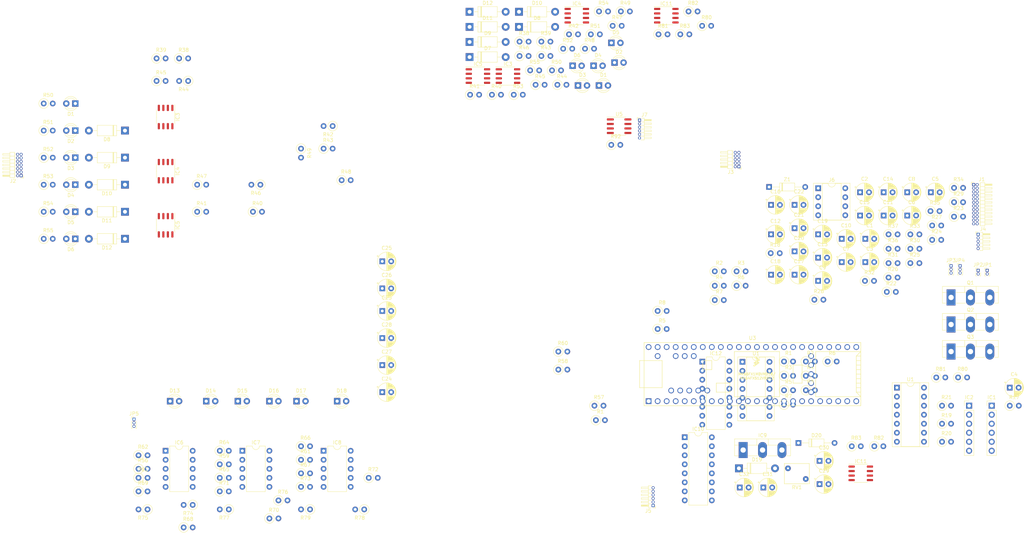
<source format=kicad_pcb>
(kicad_pcb (version 20171130) (host pcbnew "(5.1.6)-1")
  (layers (0 F.Cu signal) (31 B.Cu signal) (34 B.Paste user) (35 F.Paste user) (36 B.SilkS user) (37 F.SilkS user) (38 B.Mask user) (39 F.Mask user) (44 Edge.Cuts user))
  (net 0 "")
  (net 1 5V)
  (net 2 O2Sensor)
  (net 3 ADCClamp10)
  (net 4 ADCClamp07)
  (net 5 ADCClamp05)
  (net 6 ADCClamp08)
  (net 7 TPSSensor)
  (net 8 ADCClamp03)
  (net 9 IATSensor)
  (net 10 CLTSensor)
  (net 11 FuelPressureSensor)
  (net 12 OilPressureSensor)
  (net 13 ADCClamp04)
  (net 14 ADCClamp06)
  (net 15 ADCClamp01)
  (net 16 ADCClamp02)
  (net 17 PowerGnd)
  (net 18 IgnSourceV)
  (net 19 "Net-(C29-Pad1)")
  (net 20 "Net-(D1-Pad2)")
  (net 21 "Net-(D1-Pad1)")
  (net 22 "Net-(D2-Pad2)")
  (net 23 "Net-(D2-Pad1)")
  (net 24 "Net-(D3-Pad2)")
  (net 25 "Net-(D3-Pad1)")
  (net 26 "Net-(D4-Pad2)")
  (net 27 "Net-(D10-Pad2)")
  (net 28 "Net-(D5-Pad2)")
  (net 29 "Net-(D11-Pad2)")
  (net 30 "Net-(D6-Pad2)")
  (net 31 "Net-(D12-Pad2)")
  (net 32 Inj01-OUT)
  (net 33 Inj02-OUT)
  (net 34 Inj03-OUT)
  (net 35 Inj04-OUT)
  (net 36 Inj05-OUT)
  (net 37 Inj06-OUT)
  (net 38 "Net-(D13-Pad2)")
  (net 39 "Net-(D14-Pad2)")
  (net 40 "Net-(D15-Pad2)")
  (net 41 "Net-(D16-Pad2)")
  (net 42 "Net-(D17-Pad2)")
  (net 43 "Net-(D18-Pad2)")
  (net 44 12V)
  (net 45 "Net-(IC1-Pad1)")
  (net 46 "Net-(IC2-Pad1)")
  (net 47 "Net-(IC3-Pad4)")
  (net 48 "Net-(IC3-Pad2)")
  (net 49 "Net-(IC4-Pad4)")
  (net 50 "Net-(IC4-Pad2)")
  (net 51 "Net-(IC5-Pad4)")
  (net 52 "Net-(IC5-Pad2)")
  (net 53 "Net-(IC6-Pad5)")
  (net 54 "Net-(IC6-Pad4)")
  (net 55 "Net-(IC6-Pad7)")
  (net 56 "Net-(IC6-Pad2)")
  (net 57 "Net-(IC7-Pad5)")
  (net 58 "Net-(IC7-Pad4)")
  (net 59 "Net-(IC7-Pad7)")
  (net 60 "Net-(IC7-Pad2)")
  (net 61 "Net-(IC8-Pad5)")
  (net 62 "Net-(IC8-Pad4)")
  (net 63 "Net-(IC8-Pad7)")
  (net 64 "Net-(IC8-Pad2)")
  (net 65 ADCClamp11)
  (net 66 IdlePWM-OUT)
  (net 67 "Net-(IC11-Pad4)")
  (net 68 "Net-(IC11-Pad2)")
  (net 69 ClutchSwitch)
  (net 70 CamSensor-)
  (net 71 CamSensor+)
  (net 72 CrankSensor-)
  (net 73 CrankSensor+)
  (net 74 Ign06-OUT)
  (net 75 Ign05-OUT)
  (net 76 Ign04-OUT)
  (net 77 Ign03-OUT)
  (net 78 Ign02-OUT)
  (net 79 Ign01-OUT)
  (net 80 Tacho-OUT)
  (net 81 Fan-OUT)
  (net 82 FuelPump-OUT)
  (net 83 3V3)
  (net 84 BluetoothRx)
  (net 85 BluetoothTx)
  (net 86 "Net-(J6-Pad3)")
  (net 87 "Net-(J6-Pad2)")
  (net 88 "Net-(JP1-Pad1)")
  (net 89 "Net-(JP2-Pad1)")
  (net 90 "Net-(JP3-Pad1)")
  (net 91 "Net-(JP4-Pad1)")
  (net 92 "Net-(R1-Pad2)")
  (net 93 "Net-(R2-Pad2)")
  (net 94 SensorGnd)
  (net 95 CPU-D25)
  (net 96 "Net-(C16-Pad1)")
  (net 97 ADCClamp09)
  (net 98 "Net-(IC3-Pad8)")
  (net 99 "Net-(IC3-Pad6)")
  (net 100 "Net-(IC4-Pad8)")
  (net 101 "Net-(IC4-Pad6)")
  (net 102 "Net-(IC5-Pad8)")
  (net 103 "Net-(IC5-Pad6)")
  (net 104 "Net-(IC11-Pad8)")
  (net 105 "Net-(IC11-Pad6)")
  (net 106 CCPump-OUT)
  (net 107 "Net-(J7-Pad2)")
  (net 108 "Net-(J7-Pad1)")
  (net 109 CPU-D27)
  (net 110 CPU-D37)
  (net 111 CPU-D28)
  (net 112 CPU-D24)
  (net 113 CPU-D08)
  (net 114 CPU-D09)
  (net 115 CPU-D10)
  (net 116 CPU-D11)
  (net 117 CPU-D12)
  (net 118 CPU-D13)
  (net 119 CPU-D39)
  (net 120 CPU-D38)
  (net 121 CPU-D31)
  (net 122 CPU-D21)
  (net 123 CPU-D32)
  (net 124 CPU-D35)
  (net 125 CPU-D05)
  (net 126 CCPump-Signal)
  (net 127 "Net-(R92-Pad1)")
  (net 128 CPU-A3)
  (net 129 CPU-A2)
  (net 130 Barro-Signal-3.3V)
  (net 131 CPU-A8)
  (net 132 CAN-Tx)
  (net 133 CAN-Rx)
  (net 134 "Net-(R5-Pad2)")
  (net 135 "Net-(R6-Pad2)")
  (module Connector_PinHeader_1.00mm:PinHeader_2x07_P1.00mm_Horizontal (layer F.Cu) (at -40.64 62.23 180)
    (fp_text reference J2 (at 2.3 -1.5) (layer F.SilkS))
    (fp_text value Ouputs01)
    (pad 14 thru_hole oval (at 1 6 180) (size 0.85 0.85) (drill 0.5) (layers *.Cu *.Mask) (net 17 PowerGnd))
    (pad 13 thru_hole oval (at 0 6 180) (size 0.85 0.85) (drill 0.5) (layers *.Cu *.Mask) (net 74 Ign06-OUT))
    (pad 12 thru_hole oval (at 1 5 180) (size 0.85 0.85) (drill 0.5) (layers *.Cu *.Mask) (net 75 Ign05-OUT))
    (pad 11 thru_hole oval (at 0 5 180) (size 0.85 0.85) (drill 0.5) (layers *.Cu *.Mask) (net 76 Ign04-OUT))
    (pad 10 thru_hole oval (at 1 4 180) (size 0.85 0.85) (drill 0.5) (layers *.Cu *.Mask) (net 77 Ign03-OUT))
    (pad 9 thru_hole oval (at 0 4 180) (size 0.85 0.85) (drill 0.5) (layers *.Cu *.Mask) (net 78 Ign02-OUT))
    (pad 8 thru_hole oval (at 1 3 180) (size 0.85 0.85) (drill 0.5) (layers *.Cu *.Mask) (net 79 Ign01-OUT))
    (pad 7 thru_hole oval (at 0 3 180) (size 0.85 0.85) (drill 0.5) (layers *.Cu *.Mask) (net 37 Inj06-OUT))
    (pad 6 thru_hole oval (at 1 2 180) (size 0.85 0.85) (drill 0.5) (layers *.Cu *.Mask) (net 36 Inj05-OUT))
    (pad 5 thru_hole oval (at 0 2 180) (size 0.85 0.85) (drill 0.5) (layers *.Cu *.Mask) (net 35 Inj04-OUT))
    (pad 4 thru_hole oval (at 1 1 180) (size 0.85 0.85) (drill 0.5) (layers *.Cu *.Mask) (net 34 Inj03-OUT))
    (pad 3 thru_hole oval (at 0 1 180) (size 0.85 0.85) (drill 0.5) (layers *.Cu *.Mask) (net 33 Inj02-OUT))
    (pad 2 thru_hole oval (at 1 0 180) (size 0.85 0.85) (drill 0.5) (layers *.Cu *.Mask) (net 32 Inj01-OUT))
    (pad 1 thru_hole rect (at 0 0 180) (size 0.85 0.85) (drill 0.5) (layers *.Cu *.Mask) (net 17 PowerGnd))
  )
  (module Package_SO:SO-8_3.9x4.9mm_P1.27mm (layer F.Cu) (at 195.58 146.05)
    (fp_text reference IC11 (at 0 -3.4) (layer F.SilkS))
    (fp_text value VNS3NV04DP-E)
    (pad 8 smd roundrect (at 2.575 -1.905) (size 1.75 0.6) (layers F.Cu F.Paste F.Mask) (net 104 "Net-(IC11-Pad8)"))
    (pad 7 smd roundrect (at 2.575 -0.635) (size 1.75 0.6) (layers F.Cu F.Paste F.Mask) (net 66 IdlePWM-OUT))
    (pad 6 smd roundrect (at 2.575 0.635) (size 1.75 0.6) (layers F.Cu F.Paste F.Mask) (net 105 "Net-(IC11-Pad6)"))
    (pad 5 smd roundrect (at 2.575 1.905) (size 1.75 0.6) (layers F.Cu F.Paste F.Mask) (net 106 CCPump-OUT))
    (pad 4 smd roundrect (at -2.575 1.905) (size 1.75 0.6) (layers F.Cu F.Paste F.Mask) (net 67 "Net-(IC11-Pad4)"))
    (pad 3 smd roundrect (at -2.575 0.635) (size 1.75 0.6) (layers F.Cu F.Paste F.Mask) (net 17 PowerGnd))
    (pad 2 smd roundrect (at -2.575 -0.635) (size 1.75 0.6) (layers F.Cu F.Paste F.Mask) (net 68 "Net-(IC11-Pad2)"))
    (pad 1 smd roundrect (at -2.575 -1.905) (size 1.75 0.6) (layers F.Cu F.Paste F.Mask) (net 17 PowerGnd))
  )
  (module Package_SO:SO-8_3.9x4.9mm_P1.27mm (layer F.Cu) (at 0 76.2 270)
    (fp_text reference IC5 (at 0 -3.4 90) (layer F.SilkS))
    (fp_text value VNS3NV04DP-E)
    (pad 8 smd roundrect (at 2.575 -1.905 270) (size 1.75 0.6) (layers F.Cu F.Paste F.Mask) (net 102 "Net-(IC5-Pad8)"))
    (pad 7 smd roundrect (at 2.575 -0.635 270) (size 1.75 0.6) (layers F.Cu F.Paste F.Mask) (net 36 Inj05-OUT))
    (pad 6 smd roundrect (at 2.575 0.635 270) (size 1.75 0.6) (layers F.Cu F.Paste F.Mask) (net 103 "Net-(IC5-Pad6)"))
    (pad 5 smd roundrect (at 2.575 1.905 270) (size 1.75 0.6) (layers F.Cu F.Paste F.Mask) (net 37 Inj06-OUT))
    (pad 4 smd roundrect (at -2.575 1.905 270) (size 1.75 0.6) (layers F.Cu F.Paste F.Mask) (net 51 "Net-(IC5-Pad4)"))
    (pad 3 smd roundrect (at -2.575 0.635 270) (size 1.75 0.6) (layers F.Cu F.Paste F.Mask) (net 17 PowerGnd))
    (pad 2 smd roundrect (at -2.575 -0.635 270) (size 1.75 0.6) (layers F.Cu F.Paste F.Mask) (net 52 "Net-(IC5-Pad2)"))
    (pad 1 smd roundrect (at -2.575 -1.905 270) (size 1.75 0.6) (layers F.Cu F.Paste F.Mask) (net 17 PowerGnd))
  )
  (module Package_SO:SO-8_3.9x4.9mm_P1.27mm (layer F.Cu) (at 0 60.96 270)
    (fp_text reference IC4 (at 0 -3.4 90) (layer F.SilkS))
    (fp_text value VNS3NV04DP-E)
    (pad 8 smd roundrect (at 2.575 -1.905 270) (size 1.75 0.6) (layers F.Cu F.Paste F.Mask) (net 100 "Net-(IC4-Pad8)"))
    (pad 7 smd roundrect (at 2.575 -0.635 270) (size 1.75 0.6) (layers F.Cu F.Paste F.Mask) (net 34 Inj03-OUT))
    (pad 6 smd roundrect (at 2.575 0.635 270) (size 1.75 0.6) (layers F.Cu F.Paste F.Mask) (net 101 "Net-(IC4-Pad6)"))
    (pad 5 smd roundrect (at 2.575 1.905 270) (size 1.75 0.6) (layers F.Cu F.Paste F.Mask) (net 35 Inj04-OUT))
    (pad 4 smd roundrect (at -2.575 1.905 270) (size 1.75 0.6) (layers F.Cu F.Paste F.Mask) (net 49 "Net-(IC4-Pad4)"))
    (pad 3 smd roundrect (at -2.575 0.635 270) (size 1.75 0.6) (layers F.Cu F.Paste F.Mask) (net 17 PowerGnd))
    (pad 2 smd roundrect (at -2.575 -0.635 270) (size 1.75 0.6) (layers F.Cu F.Paste F.Mask) (net 50 "Net-(IC4-Pad2)"))
    (pad 1 smd roundrect (at -2.575 -1.905 270) (size 1.75 0.6) (layers F.Cu F.Paste F.Mask) (net 17 PowerGnd))
  )
  (module Package_SO:SO-8_3.9x4.9mm_P1.27mm (layer F.Cu) (at 0 45.72 270)
    (fp_text reference IC3 (at 0 -3.4 90) (layer F.SilkS))
    (fp_text value VNS3NV04DP-E)
    (pad 8 smd roundrect (at 2.575 -1.905 270) (size 1.75 0.6) (layers F.Cu F.Paste F.Mask) (net 98 "Net-(IC3-Pad8)"))
    (pad 7 smd roundrect (at 2.575 -0.635 270) (size 1.75 0.6) (layers F.Cu F.Paste F.Mask) (net 32 Inj01-OUT))
    (pad 6 smd roundrect (at 2.575 0.635 270) (size 1.75 0.6) (layers F.Cu F.Paste F.Mask) (net 99 "Net-(IC3-Pad6)"))
    (pad 5 smd roundrect (at 2.575 1.905 270) (size 1.75 0.6) (layers F.Cu F.Paste F.Mask) (net 33 Inj02-OUT))
    (pad 4 smd roundrect (at -2.575 1.905 270) (size 1.75 0.6) (layers F.Cu F.Paste F.Mask) (net 47 "Net-(IC3-Pad4)"))
    (pad 3 smd roundrect (at -2.575 0.635 270) (size 1.75 0.6) (layers F.Cu F.Paste F.Mask) (net 17 PowerGnd))
    (pad 2 smd roundrect (at -2.575 -0.635 270) (size 1.75 0.6) (layers F.Cu F.Paste F.Mask) (net 48 "Net-(IC3-Pad2)"))
    (pad 1 smd roundrect (at -2.575 -1.905 270) (size 1.75 0.6) (layers F.Cu F.Paste F.Mask) (net 17 PowerGnd))
  )
  (module Package_DIP:DIP-14_W7.62mm_Socket (layer F.Cu) (at 162.285001 114.655001)
    (fp_text reference U1 (at 3.81 -2.33) (layer F.SilkS))
    (fp_text value LMV324)
    (pad 14 thru_hole oval (at 7.62 0) (size 1.6 1.6) (drill 0.8) (layers *.Cu *.Mask) (net 128 CPU-A3))
    (pad 7 thru_hole oval (at 0 15.24) (size 1.6 1.6) (drill 0.8) (layers *.Cu *.Mask) (net 130 Barro-Signal-3.3V))
    (pad 13 thru_hole oval (at 7.62 2.54) (size 1.6 1.6) (drill 0.8) (layers *.Cu *.Mask) (net 128 CPU-A3))
    (pad 6 thru_hole oval (at 0 12.7) (size 1.6 1.6) (drill 0.8) (layers *.Cu *.Mask) (net 130 Barro-Signal-3.3V))
    (pad 12 thru_hole oval (at 7.62 5.08) (size 1.6 1.6) (drill 0.8) (layers *.Cu *.Mask) (net 92 "Net-(R1-Pad2)"))
    (pad 5 thru_hole oval (at 0 10.16) (size 1.6 1.6) (drill 0.8) (layers *.Cu *.Mask) (net 93 "Net-(R2-Pad2)"))
    (pad 11 thru_hole oval (at 7.62 7.62) (size 1.6 1.6) (drill 0.8) (layers *.Cu *.Mask) (net 17 PowerGnd))
    (pad 4 thru_hole oval (at 0 7.62) (size 1.6 1.6) (drill 0.8) (layers *.Cu *.Mask) (net 83 3V3))
    (pad 10 thru_hole oval (at 7.62 10.16) (size 1.6 1.6) (drill 0.8) (layers *.Cu *.Mask) (net 135 "Net-(R6-Pad2)"))
    (pad 3 thru_hole oval (at 0 5.08) (size 1.6 1.6) (drill 0.8) (layers *.Cu *.Mask) (net 134 "Net-(R5-Pad2)"))
    (pad 9 thru_hole oval (at 7.62 12.7) (size 1.6 1.6) (drill 0.8) (layers *.Cu *.Mask) (net 129 CPU-A2))
    (pad 2 thru_hole oval (at 0 2.54) (size 1.6 1.6) (drill 0.8) (layers *.Cu *.Mask) (net 131 CPU-A8))
    (pad 8 thru_hole oval (at 7.62 15.24) (size 1.6 1.6) (drill 0.8) (layers *.Cu *.Mask) (net 129 CPU-A2))
    (pad 1 thru_hole rect (at 0 0) (size 1.6 1.6) (drill 0.8) (layers *.Cu *.Mask) (net 131 CPU-A8))
  )
  (module Resistor_THT:R_Axial_DIN0207_L6.3mm_D2.5mm_P2.54mm_Vertical (layer F.Cu) (at 180.125001 122.655001)
    (fp_text reference R8 (at 1.27 -2.37) (layer F.SilkS))
    (fp_text value 180k)
    (pad 2 thru_hole oval (at 2.54 0) (size 1.6 1.6) (drill 0.8) (layers *.Cu *.Mask) (net 13 ADCClamp04))
    (pad 1 thru_hole circle (at 0 0) (size 1.6 1.6) (drill 0.8) (layers *.Cu *.Mask) (net 135 "Net-(R6-Pad2)"))
  )
  (module Resistor_THT:R_Axial_DIN0207_L6.3mm_D2.5mm_P2.54mm_Vertical (layer F.Cu) (at 173.985001 126.705001)
    (fp_text reference R7 (at 1.27 -2.37) (layer F.SilkS))
    (fp_text value 180k)
    (pad 2 thru_hole oval (at 2.54 0) (size 1.6 1.6) (drill 0.8) (layers *.Cu *.Mask) (net 8 ADCClamp03))
    (pad 1 thru_hole circle (at 0 0) (size 1.6 1.6) (drill 0.8) (layers *.Cu *.Mask) (net 134 "Net-(R5-Pad2)"))
  )
  (module Resistor_THT:R_Axial_DIN0207_L6.3mm_D2.5mm_P2.54mm_Vertical (layer F.Cu) (at 186.265001 114.555001)
    (fp_text reference R6 (at 1.27 -2.37) (layer F.SilkS))
    (fp_text value 330k)
    (pad 2 thru_hole oval (at 2.54 0) (size 1.6 1.6) (drill 0.8) (layers *.Cu *.Mask) (net 135 "Net-(R6-Pad2)"))
    (pad 1 thru_hole circle (at 0 0) (size 1.6 1.6) (drill 0.8) (layers *.Cu *.Mask) (net 17 PowerGnd))
  )
  (module Resistor_THT:R_Axial_DIN0207_L6.3mm_D2.5mm_P2.54mm_Vertical (layer F.Cu) (at 173.985001 122.655001)
    (fp_text reference R5 (at 1.27 -2.37) (layer F.SilkS))
    (fp_text value 330k)
    (pad 2 thru_hole oval (at 2.54 0) (size 1.6 1.6) (drill 0.8) (layers *.Cu *.Mask) (net 134 "Net-(R5-Pad2)"))
    (pad 1 thru_hole circle (at 0 0) (size 1.6 1.6) (drill 0.8) (layers *.Cu *.Mask) (net 17 PowerGnd))
  )
  (module Resistor_THT:R_Axial_DIN0207_L6.3mm_D2.5mm_P2.54mm_Vertical (layer F.Cu) (at 180.125001 118.605001)
    (fp_text reference R4 (at 1.27 -2.37) (layer F.SilkS))
    (fp_text value 330k)
    (pad 2 thru_hole oval (at 2.54 0) (size 1.6 1.6) (drill 0.8) (layers *.Cu *.Mask) (net 17 PowerGnd))
    (pad 1 thru_hole circle (at 0 0) (size 1.6 1.6) (drill 0.8) (layers *.Cu *.Mask) (net 92 "Net-(R1-Pad2)"))
  )
  (module Resistor_THT:R_Axial_DIN0207_L6.3mm_D2.5mm_P2.54mm_Vertical (layer F.Cu) (at 173.985001 118.605001)
    (fp_text reference R3 (at 1.27 -2.37) (layer F.SilkS))
    (fp_text value 330k)
    (pad 2 thru_hole oval (at 2.54 0) (size 1.6 1.6) (drill 0.8) (layers *.Cu *.Mask) (net 17 PowerGnd))
    (pad 1 thru_hole circle (at 0 0) (size 1.6 1.6) (drill 0.8) (layers *.Cu *.Mask) (net 93 "Net-(R2-Pad2)"))
  )
  (module Resistor_THT:R_Axial_DIN0207_L6.3mm_D2.5mm_P2.54mm_Vertical (layer F.Cu) (at 180.125001 114.555001)
    (fp_text reference R2 (at 1.27 -2.37) (layer F.SilkS))
    (fp_text value 180k)
    (pad 2 thru_hole oval (at 2.54 0) (size 1.6 1.6) (drill 0.8) (layers *.Cu *.Mask) (net 93 "Net-(R2-Pad2)"))
    (pad 1 thru_hole circle (at 0 0) (size 1.6 1.6) (drill 0.8) (layers *.Cu *.Mask) (net 4 ADCClamp07))
  )
  (module Resistor_THT:R_Axial_DIN0207_L6.3mm_D2.5mm_P2.54mm_Vertical (layer F.Cu) (at 173.985001 114.555001)
    (fp_text reference R1 (at 1.27 -2.37) (layer F.SilkS))
    (fp_text value 180k)
    (pad 2 thru_hole oval (at 2.54 0) (size 1.6 1.6) (drill 0.8) (layers *.Cu *.Mask) (net 92 "Net-(R1-Pad2)"))
    (pad 1 thru_hole circle (at 0 0) (size 1.6 1.6) (drill 0.8) (layers *.Cu *.Mask) (net 14 ADCClamp06))
  )
  (module Package_DIP:DIP-16_W7.62mm (layer F.Cu) (at 150.985001 114.605001)
    (fp_text reference IC12 (at 3.81 -2.33) (layer F.SilkS))
    (fp_text value SP720APP)
    (pad 16 thru_hole oval (at 7.62 0) (size 1.6 1.6) (drill 0.8) (layers *.Cu *.Mask) (net 83 3V3))
    (pad 8 thru_hole oval (at 0 17.78) (size 1.6 1.6) (drill 0.8) (layers *.Cu *.Mask) (net 17 PowerGnd))
    (pad 15 thru_hole oval (at 7.62 2.54) (size 1.6 1.6) (drill 0.8) (layers *.Cu *.Mask))
    (pad 7 thru_hole oval (at 0 15.24) (size 1.6 1.6) (drill 0.8) (layers *.Cu *.Mask))
    (pad 14 thru_hole oval (at 7.62 5.08) (size 1.6 1.6) (drill 0.8) (layers *.Cu *.Mask))
    (pad 6 thru_hole oval (at 0 12.7) (size 1.6 1.6) (drill 0.8) (layers *.Cu *.Mask))
    (pad 13 thru_hole oval (at 7.62 7.62) (size 1.6 1.6) (drill 0.8) (layers *.Cu *.Mask))
    (pad 5 thru_hole oval (at 0 10.16) (size 1.6 1.6) (drill 0.8) (layers *.Cu *.Mask))
    (pad 12 thru_hole oval (at 7.62 10.16) (size 1.6 1.6) (drill 0.8) (layers *.Cu *.Mask))
    (pad 4 thru_hole oval (at 0 7.62) (size 1.6 1.6) (drill 0.8) (layers *.Cu *.Mask))
    (pad 11 thru_hole oval (at 7.62 12.7) (size 1.6 1.6) (drill 0.8) (layers *.Cu *.Mask) (net 65 ADCClamp11))
    (pad 3 thru_hole oval (at 0 5.08) (size 1.6 1.6) (drill 0.8) (layers *.Cu *.Mask))
    (pad 10 thru_hole oval (at 7.62 15.24) (size 1.6 1.6) (drill 0.8) (layers *.Cu *.Mask) (net 3 ADCClamp10))
    (pad 2 thru_hole oval (at 0 2.54) (size 1.6 1.6) (drill 0.8) (layers *.Cu *.Mask))
    (pad 9 thru_hole oval (at 7.62 17.78) (size 1.6 1.6) (drill 0.8) (layers *.Cu *.Mask) (net 97 ADCClamp09))
    (pad 1 thru_hole rect (at 0 0) (size 1.6 1.6) (drill 0.8) (layers *.Cu *.Mask) (net 5 ADCClamp05))
  )
  (module Package_SO:SOIC-8_3.9x4.9mm_P1.27mm (layer F.Cu) (at 127.59 48.3)
    (fp_text reference U5 (at 0 -3.4) (layer F.SilkS))
    (fp_text value SN65HVD230)
    (pad 8 smd roundrect (at 2.475 -1.905) (size 1.95 0.6) (layers F.Cu F.Paste F.Mask) (net 127 "Net-(R92-Pad1)"))
    (pad 7 smd roundrect (at 2.475 -0.635) (size 1.95 0.6) (layers F.Cu F.Paste F.Mask) (net 108 "Net-(J7-Pad1)"))
    (pad 6 smd roundrect (at 2.475 0.635) (size 1.95 0.6) (layers F.Cu F.Paste F.Mask) (net 107 "Net-(J7-Pad2)"))
    (pad 5 smd roundrect (at 2.475 1.905) (size 1.95 0.6) (layers F.Cu F.Paste F.Mask))
    (pad 4 smd roundrect (at -2.475 1.905) (size 1.95 0.6) (layers F.Cu F.Paste F.Mask) (net 133 CAN-Rx))
    (pad 3 smd roundrect (at -2.475 0.635) (size 1.95 0.6) (layers F.Cu F.Paste F.Mask) (net 83 3V3))
    (pad 2 smd roundrect (at -2.475 -0.635) (size 1.95 0.6) (layers F.Cu F.Paste F.Mask) (net 17 PowerGnd))
    (pad 1 smd roundrect (at -2.475 -1.905) (size 1.95 0.6) (layers F.Cu F.Paste F.Mask) (net 132 CAN-Tx))
  )
  (module Resistor_THT:R_Axial_DIN0207_L6.3mm_D2.5mm_P2.54mm_Vertical (layer F.Cu) (at 125.39 53.55)
    (fp_text reference R92 (at 1.27 -2.37) (layer F.SilkS))
    (fp_text value 10K)
    (pad 2 thru_hole oval (at 2.54 0) (size 1.6 1.6) (drill 0.8) (layers *.Cu *.Mask) (net 17 PowerGnd))
    (pad 1 thru_hole circle (at 0 0) (size 1.6 1.6) (drill 0.8) (layers *.Cu *.Mask) (net 127 "Net-(R92-Pad1)"))
  )
  (module Resistor_THT:R_Axial_DIN0207_L6.3mm_D2.5mm_P2.54mm_Vertical (layer F.Cu) (at 144.81 22.43)
    (fp_text reference R83 (at 1.27 -2.37) (layer F.SilkS))
    (fp_text value 1k)
    (pad 2 thru_hole oval (at 2.54 0) (size 1.6 1.6) (drill 0.8) (layers *.Cu *.Mask) (net 67 "Net-(IC11-Pad4)"))
    (pad 1 thru_hole circle (at 0 0) (size 1.6 1.6) (drill 0.8) (layers *.Cu *.Mask) (net 126 CCPump-Signal))
  )
  (module Resistor_THT:R_Axial_DIN0207_L6.3mm_D2.5mm_P2.54mm_Vertical (layer F.Cu) (at 147.12 15.98)
    (fp_text reference R82 (at 1.27 -2.37) (layer F.SilkS))
    (fp_text value 1k)
    (pad 2 thru_hole oval (at 2.54 0) (size 1.6 1.6) (drill 0.8) (layers *.Cu *.Mask) (net 68 "Net-(IC11-Pad2)"))
    (pad 1 thru_hole circle (at 0 0) (size 1.6 1.6) (drill 0.8) (layers *.Cu *.Mask) (net 125 CPU-D05))
  )
  (module Resistor_THT:R_Axial_DIN0207_L6.3mm_D2.5mm_P2.54mm_Vertical (layer F.Cu) (at 138.67 22.43)
    (fp_text reference R81 (at 1.27 -2.37) (layer F.SilkS))
    (fp_text value 100k)
    (pad 2 thru_hole oval (at 2.54 0) (size 1.6 1.6) (drill 0.8) (layers *.Cu *.Mask) (net 17 PowerGnd))
    (pad 1 thru_hole circle (at 0 0) (size 1.6 1.6) (drill 0.8) (layers *.Cu *.Mask) (net 126 CCPump-Signal))
  )
  (module Resistor_THT:R_Axial_DIN0207_L6.3mm_D2.5mm_P2.54mm_Vertical (layer F.Cu) (at 150.95 20.03)
    (fp_text reference R80 (at 1.27 -2.37) (layer F.SilkS))
    (fp_text value 100k)
    (pad 2 thru_hole oval (at 2.54 0) (size 1.6 1.6) (drill 0.8) (layers *.Cu *.Mask) (net 125 CPU-D05))
    (pad 1 thru_hole circle (at 0 0) (size 1.6 1.6) (drill 0.8) (layers *.Cu *.Mask) (net 17 PowerGnd))
  )
  (module Resistor_THT:R_Axial_DIN0207_L6.3mm_D2.5mm_P2.54mm_Vertical (layer F.Cu) (at 102.57 32.58)
    (fp_text reference R55 (at 1.27 -2.37) (layer F.SilkS))
    (fp_text value 680)
    (pad 2 thru_hole oval (at 2.54 0) (size 1.6 1.6) (drill 0.8) (layers *.Cu *.Mask) (net 30 "Net-(D6-Pad2)"))
    (pad 1 thru_hole circle (at 0 0) (size 1.6 1.6) (drill 0.8) (layers *.Cu *.Mask) (net 44 12V))
  )
  (module Resistor_THT:R_Axial_DIN0207_L6.3mm_D2.5mm_P2.54mm_Vertical (layer F.Cu) (at 121.94 15.98)
    (fp_text reference R54 (at 1.27 -2.37) (layer F.SilkS))
    (fp_text value 680)
    (pad 2 thru_hole oval (at 2.54 0) (size 1.6 1.6) (drill 0.8) (layers *.Cu *.Mask) (net 28 "Net-(D5-Pad2)"))
    (pad 1 thru_hole circle (at 0 0) (size 1.6 1.6) (drill 0.8) (layers *.Cu *.Mask) (net 44 12V))
  )
  (module Resistor_THT:R_Axial_DIN0207_L6.3mm_D2.5mm_P2.54mm_Vertical (layer F.Cu) (at 97.95 39.43)
    (fp_text reference R53 (at 1.27 -2.37) (layer F.SilkS))
    (fp_text value 680)
    (pad 2 thru_hole oval (at 2.54 0) (size 1.6 1.6) (drill 0.8) (layers *.Cu *.Mask) (net 26 "Net-(D4-Pad2)"))
    (pad 1 thru_hole circle (at 0 0) (size 1.6 1.6) (drill 0.8) (layers *.Cu *.Mask) (net 44 12V))
  )
  (module Resistor_THT:R_Axial_DIN0207_L6.3mm_D2.5mm_P2.54mm_Vertical (layer F.Cu) (at 111.86 26.48)
    (fp_text reference R52 (at 1.27 -2.37) (layer F.SilkS))
    (fp_text value 680)
    (pad 2 thru_hole oval (at 2.54 0) (size 1.6 1.6) (drill 0.8) (layers *.Cu *.Mask) (net 24 "Net-(D3-Pad2)"))
    (pad 1 thru_hole circle (at 0 0) (size 1.6 1.6) (drill 0.8) (layers *.Cu *.Mask) (net 44 12V))
  )
  (module Resistor_THT:R_Axial_DIN0207_L6.3mm_D2.5mm_P2.54mm_Vertical (layer F.Cu) (at 119.63 22.43)
    (fp_text reference R51 (at 1.27 -2.37) (layer F.SilkS))
    (fp_text value 680)
    (pad 2 thru_hole oval (at 2.54 0) (size 1.6 1.6) (drill 0.8) (layers *.Cu *.Mask) (net 22 "Net-(D2-Pad2)"))
    (pad 1 thru_hole circle (at 0 0) (size 1.6 1.6) (drill 0.8) (layers *.Cu *.Mask) (net 44 12V))
  )
  (module Resistor_THT:R_Axial_DIN0207_L6.3mm_D2.5mm_P2.54mm_Vertical (layer F.Cu) (at 108.71 32.58)
    (fp_text reference R50 (at 1.27 -2.37) (layer F.SilkS))
    (fp_text value 680)
    (pad 2 thru_hole oval (at 2.54 0) (size 1.6 1.6) (drill 0.8) (layers *.Cu *.Mask) (net 20 "Net-(D1-Pad2)"))
    (pad 1 thru_hole circle (at 0 0) (size 1.6 1.6) (drill 0.8) (layers *.Cu *.Mask) (net 44 12V))
  )
  (module Resistor_THT:R_Axial_DIN0207_L6.3mm_D2.5mm_P2.54mm_Vertical (layer F.Cu) (at 128.08 15.98)
    (fp_text reference R49 (at 1.27 -2.37) (layer F.SilkS))
    (fp_text value 1k)
    (pad 2 thru_hole oval (at 2.54 0) (size 1.6 1.6) (drill 0.8) (layers *.Cu *.Mask) (net 51 "Net-(IC5-Pad4)"))
    (pad 1 thru_hole circle (at 0 0) (size 1.6 1.6) (drill 0.8) (layers *.Cu *.Mask) (net 118 CPU-D13))
  )
  (module Resistor_THT:R_Axial_DIN0207_L6.3mm_D2.5mm_P2.54mm_Vertical (layer F.Cu) (at 118 26.48)
    (fp_text reference R48 (at 1.27 -2.37) (layer F.SilkS))
    (fp_text value 1k)
    (pad 2 thru_hole oval (at 2.54 0) (size 1.6 1.6) (drill 0.8) (layers *.Cu *.Mask) (net 52 "Net-(IC5-Pad2)"))
    (pad 1 thru_hole circle (at 0 0) (size 1.6 1.6) (drill 0.8) (layers *.Cu *.Mask) (net 117 CPU-D12))
  )
  (module Resistor_THT:R_Axial_DIN0207_L6.3mm_D2.5mm_P2.54mm_Vertical (layer F.Cu) (at 125.77 20.03)
    (fp_text reference R47 (at 1.27 -2.37) (layer F.SilkS))
    (fp_text value 1k)
    (pad 2 thru_hole oval (at 2.54 0) (size 1.6 1.6) (drill 0.8) (layers *.Cu *.Mask) (net 49 "Net-(IC4-Pad4)"))
    (pad 1 thru_hole circle (at 0 0) (size 1.6 1.6) (drill 0.8) (layers *.Cu *.Mask) (net 116 CPU-D11))
  )
  (module Resistor_THT:R_Axial_DIN0207_L6.3mm_D2.5mm_P2.54mm_Vertical (layer F.Cu) (at 99.58 28.53)
    (fp_text reference R46 (at 1.27 -2.37) (layer F.SilkS))
    (fp_text value 1k)
    (pad 2 thru_hole oval (at 2.54 0) (size 1.6 1.6) (drill 0.8) (layers *.Cu *.Mask) (net 50 "Net-(IC4-Pad2)"))
    (pad 1 thru_hole circle (at 0 0) (size 1.6 1.6) (drill 0.8) (layers *.Cu *.Mask) (net 115 CPU-D10))
  )
  (module Resistor_THT:R_Axial_DIN0207_L6.3mm_D2.5mm_P2.54mm_Vertical (layer F.Cu) (at 104.09 36.63)
    (fp_text reference R45 (at 1.27 -2.37) (layer F.SilkS))
    (fp_text value 1k)
    (pad 2 thru_hole oval (at 2.54 0) (size 1.6 1.6) (drill 0.8) (layers *.Cu *.Mask) (net 47 "Net-(IC3-Pad4)"))
    (pad 1 thru_hole circle (at 0 0) (size 1.6 1.6) (drill 0.8) (layers *.Cu *.Mask) (net 114 CPU-D09))
  )
  (module Resistor_THT:R_Axial_DIN0207_L6.3mm_D2.5mm_P2.54mm_Vertical (layer F.Cu) (at 110.23 36.63)
    (fp_text reference R44 (at 1.27 -2.37) (layer F.SilkS))
    (fp_text value 1k)
    (pad 2 thru_hole oval (at 2.54 0) (size 1.6 1.6) (drill 0.8) (layers *.Cu *.Mask) (net 48 "Net-(IC3-Pad2)"))
    (pad 1 thru_hole circle (at 0 0) (size 1.6 1.6) (drill 0.8) (layers *.Cu *.Mask) (net 113 CPU-D08))
  )
  (module Resistor_THT:R_Axial_DIN0207_L6.3mm_D2.5mm_P2.54mm_Vertical (layer F.Cu) (at 105.72 28.53)
    (fp_text reference R43 (at 1.27 -2.37) (layer F.SilkS))
    (fp_text value 100k)
    (pad 2 thru_hole oval (at 2.54 0) (size 1.6 1.6) (drill 0.8) (layers *.Cu *.Mask) (net 17 PowerGnd))
    (pad 1 thru_hole circle (at 0 0) (size 1.6 1.6) (drill 0.8) (layers *.Cu *.Mask) (net 118 CPU-D13))
  )
  (module Resistor_THT:R_Axial_DIN0207_L6.3mm_D2.5mm_P2.54mm_Vertical (layer F.Cu) (at 113.49 22.43)
    (fp_text reference R42 (at 1.27 -2.37) (layer F.SilkS))
    (fp_text value 100k)
    (pad 2 thru_hole oval (at 2.54 0) (size 1.6 1.6) (drill 0.8) (layers *.Cu *.Mask) (net 117 CPU-D12))
    (pad 1 thru_hole circle (at 0 0) (size 1.6 1.6) (drill 0.8) (layers *.Cu *.Mask) (net 17 PowerGnd))
  )
  (module Resistor_THT:R_Axial_DIN0207_L6.3mm_D2.5mm_P2.54mm_Vertical (layer F.Cu) (at 85.67 39.43)
    (fp_text reference R41 (at 1.27 -2.37) (layer F.SilkS))
    (fp_text value 100k)
    (pad 2 thru_hole oval (at 2.54 0) (size 1.6 1.6) (drill 0.8) (layers *.Cu *.Mask) (net 17 PowerGnd))
    (pad 1 thru_hole circle (at 0 0) (size 1.6 1.6) (drill 0.8) (layers *.Cu *.Mask) (net 116 CPU-D11))
  )
  (module Resistor_THT:R_Axial_DIN0207_L6.3mm_D2.5mm_P2.54mm_Vertical (layer F.Cu) (at 91.81 39.43)
    (fp_text reference R40 (at 1.27 -2.37) (layer F.SilkS))
    (fp_text value 100k)
    (pad 2 thru_hole oval (at 2.54 0) (size 1.6 1.6) (drill 0.8) (layers *.Cu *.Mask) (net 17 PowerGnd))
    (pad 1 thru_hole circle (at 0 0) (size 1.6 1.6) (drill 0.8) (layers *.Cu *.Mask) (net 115 CPU-D10))
  )
  (module Resistor_THT:R_Axial_DIN0207_L6.3mm_D2.5mm_P2.54mm_Vertical (layer F.Cu) (at 105.72 24.48)
    (fp_text reference R39 (at 1.27 -2.37) (layer F.SilkS))
    (fp_text value 100k)
    (pad 2 thru_hole oval (at 2.54 0) (size 1.6 1.6) (drill 0.8) (layers *.Cu *.Mask) (net 17 PowerGnd))
    (pad 1 thru_hole circle (at 0 0) (size 1.6 1.6) (drill 0.8) (layers *.Cu *.Mask) (net 114 CPU-D09))
  )
  (module Resistor_THT:R_Axial_DIN0207_L6.3mm_D2.5mm_P2.54mm_Vertical (layer F.Cu) (at 99.58 24.48)
    (fp_text reference R38 (at 1.27 -2.37) (layer F.SilkS))
    (fp_text value 100k)
    (pad 2 thru_hole oval (at 2.54 0) (size 1.6 1.6) (drill 0.8) (layers *.Cu *.Mask) (net 113 CPU-D08))
    (pad 1 thru_hole circle (at 0 0) (size 1.6 1.6) (drill 0.8) (layers *.Cu *.Mask) (net 17 PowerGnd))
  )
  (module Connector_PinHeader_1.00mm:PinHeader_1x06_P1.00mm_Horizontal (layer F.Cu) (at 133.34 46.6)
    (fp_text reference J7 (at 1.375 -1.5) (layer F.SilkS))
    (fp_text value Canbus)
    (pad 6 thru_hole oval (at 0 5) (size 0.85 0.85) (drill 0.5) (layers *.Cu *.Mask))
    (pad 5 thru_hole oval (at 0 4) (size 0.85 0.85) (drill 0.5) (layers *.Cu *.Mask))
    (pad 4 thru_hole oval (at 0 3) (size 0.85 0.85) (drill 0.5) (layers *.Cu *.Mask))
    (pad 3 thru_hole oval (at 0 2) (size 0.85 0.85) (drill 0.5) (layers *.Cu *.Mask))
    (pad 2 thru_hole oval (at 0 1) (size 0.85 0.85) (drill 0.5) (layers *.Cu *.Mask) (net 107 "Net-(J7-Pad2)"))
    (pad 1 thru_hole rect (at 0 0) (size 0.85 0.85) (drill 0.5) (layers *.Cu *.Mask) (net 108 "Net-(J7-Pad1)"))
  )
  (module Package_SO:SO-8_3.9x4.9mm_P1.27mm (layer F.Cu) (at 140.87 17.18)
    (fp_text reference IC11 (at 0 -3.4) (layer F.SilkS))
    (fp_text value VNS3NV04DP-E)
    (pad 8 smd roundrect (at 2.575 -1.905) (size 1.75 0.6) (layers F.Cu F.Paste F.Mask) (net 104 "Net-(IC11-Pad8)"))
    (pad 7 smd roundrect (at 2.575 -0.635) (size 1.75 0.6) (layers F.Cu F.Paste F.Mask) (net 66 IdlePWM-OUT))
    (pad 6 smd roundrect (at 2.575 0.635) (size 1.75 0.6) (layers F.Cu F.Paste F.Mask) (net 105 "Net-(IC11-Pad6)"))
    (pad 5 smd roundrect (at 2.575 1.905) (size 1.75 0.6) (layers F.Cu F.Paste F.Mask) (net 106 CCPump-OUT))
    (pad 4 smd roundrect (at -2.575 1.905) (size 1.75 0.6) (layers F.Cu F.Paste F.Mask) (net 67 "Net-(IC11-Pad4)"))
    (pad 3 smd roundrect (at -2.575 0.635) (size 1.75 0.6) (layers F.Cu F.Paste F.Mask) (net 17 PowerGnd))
    (pad 2 smd roundrect (at -2.575 -0.635) (size 1.75 0.6) (layers F.Cu F.Paste F.Mask) (net 68 "Net-(IC11-Pad2)"))
    (pad 1 smd roundrect (at -2.575 -1.905) (size 1.75 0.6) (layers F.Cu F.Paste F.Mask) (net 17 PowerGnd))
  )
  (module Package_SO:SO-8_3.9x4.9mm_P1.27mm (layer F.Cu) (at 87.87 34.18)
    (fp_text reference IC5 (at 0 -3.4) (layer F.SilkS))
    (fp_text value VNS3NV04DP-E)
    (pad 8 smd roundrect (at 2.575 -1.905) (size 1.75 0.6) (layers F.Cu F.Paste F.Mask) (net 102 "Net-(IC5-Pad8)"))
    (pad 7 smd roundrect (at 2.575 -0.635) (size 1.75 0.6) (layers F.Cu F.Paste F.Mask) (net 36 Inj05-OUT))
    (pad 6 smd roundrect (at 2.575 0.635) (size 1.75 0.6) (layers F.Cu F.Paste F.Mask) (net 103 "Net-(IC5-Pad6)"))
    (pad 5 smd roundrect (at 2.575 1.905) (size 1.75 0.6) (layers F.Cu F.Paste F.Mask) (net 37 Inj06-OUT))
    (pad 4 smd roundrect (at -2.575 1.905) (size 1.75 0.6) (layers F.Cu F.Paste F.Mask) (net 51 "Net-(IC5-Pad4)"))
    (pad 3 smd roundrect (at -2.575 0.635) (size 1.75 0.6) (layers F.Cu F.Paste F.Mask) (net 17 PowerGnd))
    (pad 2 smd roundrect (at -2.575 -0.635) (size 1.75 0.6) (layers F.Cu F.Paste F.Mask) (net 52 "Net-(IC5-Pad2)"))
    (pad 1 smd roundrect (at -2.575 -1.905) (size 1.75 0.6) (layers F.Cu F.Paste F.Mask) (net 17 PowerGnd))
  )
  (module Package_SO:SO-8_3.9x4.9mm_P1.27mm (layer F.Cu) (at 115.69 17.18)
    (fp_text reference IC4 (at 0 -3.4) (layer F.SilkS))
    (fp_text value VNS3NV04DP-E)
    (pad 8 smd roundrect (at 2.575 -1.905) (size 1.75 0.6) (layers F.Cu F.Paste F.Mask) (net 100 "Net-(IC4-Pad8)"))
    (pad 7 smd roundrect (at 2.575 -0.635) (size 1.75 0.6) (layers F.Cu F.Paste F.Mask) (net 34 Inj03-OUT))
    (pad 6 smd roundrect (at 2.575 0.635) (size 1.75 0.6) (layers F.Cu F.Paste F.Mask) (net 101 "Net-(IC4-Pad6)"))
    (pad 5 smd roundrect (at 2.575 1.905) (size 1.75 0.6) (layers F.Cu F.Paste F.Mask) (net 35 Inj04-OUT))
    (pad 4 smd roundrect (at -2.575 1.905) (size 1.75 0.6) (layers F.Cu F.Paste F.Mask) (net 49 "Net-(IC4-Pad4)"))
    (pad 3 smd roundrect (at -2.575 0.635) (size 1.75 0.6) (layers F.Cu F.Paste F.Mask) (net 17 PowerGnd))
    (pad 2 smd roundrect (at -2.575 -0.635) (size 1.75 0.6) (layers F.Cu F.Paste F.Mask) (net 50 "Net-(IC4-Pad2)"))
    (pad 1 smd roundrect (at -2.575 -1.905) (size 1.75 0.6) (layers F.Cu F.Paste F.Mask) (net 17 PowerGnd))
  )
  (module Package_SO:SO-8_3.9x4.9mm_P1.27mm (layer F.Cu) (at 96.32 34.18)
    (fp_text reference IC3 (at 0 -3.4) (layer F.SilkS))
    (fp_text value VNS3NV04DP-E)
    (pad 8 smd roundrect (at 2.575 -1.905) (size 1.75 0.6) (layers F.Cu F.Paste F.Mask) (net 98 "Net-(IC3-Pad8)"))
    (pad 7 smd roundrect (at 2.575 -0.635) (size 1.75 0.6) (layers F.Cu F.Paste F.Mask) (net 32 Inj01-OUT))
    (pad 6 smd roundrect (at 2.575 0.635) (size 1.75 0.6) (layers F.Cu F.Paste F.Mask) (net 99 "Net-(IC3-Pad6)"))
    (pad 5 smd roundrect (at 2.575 1.905) (size 1.75 0.6) (layers F.Cu F.Paste F.Mask) (net 33 Inj02-OUT))
    (pad 4 smd roundrect (at -2.575 1.905) (size 1.75 0.6) (layers F.Cu F.Paste F.Mask) (net 47 "Net-(IC3-Pad4)"))
    (pad 3 smd roundrect (at -2.575 0.635) (size 1.75 0.6) (layers F.Cu F.Paste F.Mask) (net 17 PowerGnd))
    (pad 2 smd roundrect (at -2.575 -0.635) (size 1.75 0.6) (layers F.Cu F.Paste F.Mask) (net 48 "Net-(IC3-Pad2)"))
    (pad 1 smd roundrect (at -2.575 -1.905) (size 1.75 0.6) (layers F.Cu F.Paste F.Mask) (net 17 PowerGnd))
  )
  (module Diode_THT:D_DO-41_SOD81_P10.16mm_Horizontal (layer F.Cu) (at 85.52 16.08)
    (fp_text reference D12 (at 5.08 -2.47) (layer F.SilkS))
    (fp_text value 1N4004)
    (pad 2 thru_hole oval (at 10.16 0) (size 2.2 2.2) (drill 1.1) (layers *.Cu *.Mask) (net 31 "Net-(D12-Pad2)"))
    (pad 1 thru_hole rect (at 0 0) (size 2.2 2.2) (drill 1.1) (layers *.Cu *.Mask) (net 37 Inj06-OUT))
  )
  (module Diode_THT:D_DO-41_SOD81_P10.16mm_Horizontal (layer F.Cu) (at 85.52 20.33)
    (fp_text reference D11 (at 5.08 -2.47) (layer F.SilkS))
    (fp_text value 1N4004)
    (pad 2 thru_hole oval (at 10.16 0) (size 2.2 2.2) (drill 1.1) (layers *.Cu *.Mask) (net 29 "Net-(D11-Pad2)"))
    (pad 1 thru_hole rect (at 0 0) (size 2.2 2.2) (drill 1.1) (layers *.Cu *.Mask) (net 36 Inj05-OUT))
  )
  (module Diode_THT:D_DO-41_SOD81_P10.16mm_Horizontal (layer F.Cu) (at 99.43 16.08)
    (fp_text reference D10 (at 5.08 -2.47) (layer F.SilkS))
    (fp_text value 1N4004)
    (pad 2 thru_hole oval (at 10.16 0) (size 2.2 2.2) (drill 1.1) (layers *.Cu *.Mask) (net 27 "Net-(D10-Pad2)"))
    (pad 1 thru_hole rect (at 0 0) (size 2.2 2.2) (drill 1.1) (layers *.Cu *.Mask) (net 35 Inj04-OUT))
  )
  (module Diode_THT:D_DO-41_SOD81_P10.16mm_Horizontal (layer F.Cu) (at 85.52 24.58)
    (fp_text reference D9 (at 5.08 -2.47) (layer F.SilkS))
    (fp_text value 1N4004)
    (pad 2 thru_hole oval (at 10.16 0) (size 2.2 2.2) (drill 1.1) (layers *.Cu *.Mask) (net 25 "Net-(D3-Pad1)"))
    (pad 1 thru_hole rect (at 0 0) (size 2.2 2.2) (drill 1.1) (layers *.Cu *.Mask) (net 34 Inj03-OUT))
  )
  (module Diode_THT:D_DO-41_SOD81_P10.16mm_Horizontal (layer F.Cu) (at 99.43 20.33)
    (fp_text reference D8 (at 5.08 -2.47) (layer F.SilkS))
    (fp_text value 1N4004)
    (pad 2 thru_hole oval (at 10.16 0) (size 2.2 2.2) (drill 1.1) (layers *.Cu *.Mask) (net 23 "Net-(D2-Pad1)"))
    (pad 1 thru_hole rect (at 0 0) (size 2.2 2.2) (drill 1.1) (layers *.Cu *.Mask) (net 33 Inj02-OUT))
  )
  (module Diode_THT:D_DO-41_SOD81_P10.16mm_Horizontal (layer F.Cu) (at 85.52 28.83)
    (fp_text reference D7 (at 5.08 -2.47) (layer F.SilkS))
    (fp_text value 1N4004)
    (pad 2 thru_hole oval (at 10.16 0) (size 2.2 2.2) (drill 1.1) (layers *.Cu *.Mask) (net 21 "Net-(D1-Pad1)"))
    (pad 1 thru_hole rect (at 0 0) (size 2.2 2.2) (drill 1.1) (layers *.Cu *.Mask) (net 32 Inj01-OUT))
  )
  (module LED_THT:LED_D3.0mm (layer F.Cu) (at 114.5 31.28)
    (fp_text reference D6 (at 1.27 -2.96) (layer F.SilkS))
    (fp_text value LED)
    (pad 2 thru_hole circle (at 2.54 0) (size 1.8 1.8) (drill 0.9) (layers *.Cu *.Mask) (net 30 "Net-(D6-Pad2)"))
    (pad 1 thru_hole rect (at 0 0) (size 1.8 1.8) (drill 0.9) (layers *.Cu *.Mask) (net 31 "Net-(D12-Pad2)"))
  )
  (module LED_THT:LED_D3.0mm (layer F.Cu) (at 125.42 24.83)
    (fp_text reference D5 (at 1.27 -2.96) (layer F.SilkS))
    (fp_text value LED)
    (pad 2 thru_hole circle (at 2.54 0) (size 1.8 1.8) (drill 0.9) (layers *.Cu *.Mask) (net 28 "Net-(D5-Pad2)"))
    (pad 1 thru_hole rect (at 0 0) (size 1.8 1.8) (drill 0.9) (layers *.Cu *.Mask) (net 29 "Net-(D11-Pad2)"))
  )
  (module LED_THT:LED_D3.0mm (layer F.Cu) (at 120.4 31.28)
    (fp_text reference D4 (at 1.27 -2.96) (layer F.SilkS))
    (fp_text value LED)
    (pad 2 thru_hole circle (at 2.54 0) (size 1.8 1.8) (drill 0.9) (layers *.Cu *.Mask) (net 26 "Net-(D4-Pad2)"))
    (pad 1 thru_hole rect (at 0 0) (size 1.8 1.8) (drill 0.9) (layers *.Cu *.Mask) (net 27 "Net-(D10-Pad2)"))
  )
  (module LED_THT:LED_D3.0mm (layer F.Cu) (at 116.02 36.83)
    (fp_text reference D3 (at 1.27 -2.96) (layer F.SilkS))
    (fp_text value LED)
    (pad 2 thru_hole circle (at 2.54 0) (size 1.8 1.8) (drill 0.9) (layers *.Cu *.Mask) (net 24 "Net-(D3-Pad2)"))
    (pad 1 thru_hole rect (at 0 0) (size 1.8 1.8) (drill 0.9) (layers *.Cu *.Mask) (net 25 "Net-(D3-Pad1)"))
  )
  (module LED_THT:LED_D3.0mm (layer F.Cu) (at 126.3 30.38)
    (fp_text reference D2 (at 1.27 -2.96) (layer F.SilkS))
    (fp_text value LED)
    (pad 2 thru_hole circle (at 2.54 0) (size 1.8 1.8) (drill 0.9) (layers *.Cu *.Mask) (net 22 "Net-(D2-Pad2)"))
    (pad 1 thru_hole rect (at 0 0) (size 1.8 1.8) (drill 0.9) (layers *.Cu *.Mask) (net 23 "Net-(D2-Pad1)"))
  )
  (module LED_THT:LED_D3.0mm (layer F.Cu) (at 121.92 36.83)
    (fp_text reference D1 (at 1.27 -2.96) (layer F.SilkS))
    (fp_text value LED)
    (pad 2 thru_hole circle (at 2.54 0) (size 1.8 1.8) (drill 0.9) (layers *.Cu *.Mask) (net 20 "Net-(D1-Pad2)"))
    (pad 1 thru_hole rect (at 0 0) (size 1.8 1.8) (drill 0.9) (layers *.Cu *.Mask) (net 21 "Net-(D1-Pad1)"))
  )
  (module Diode_THT:D_DO-35_SOD27_P10.16mm_Horizontal (layer F.Cu) (at 169.790225 65.41)
    (fp_text reference Z1 (at 5.08 -2.12) (layer F.SilkS))
    (fp_text value MM3Z5V1ST1G)
    (pad 2 thru_hole oval (at 10.16 0) (size 1.6 1.6) (drill 0.8) (layers *.Cu *.Mask) (net 94 SensorGnd))
    (pad 1 thru_hole rect (at 0 0) (size 1.6 1.6) (drill 0.8) (layers *.Cu *.Mask) (net 112 CPU-D24))
  )
  (module Teensy:Teensy35_36 (layer F.Cu) (at 165.1 118.11)
    (fp_text reference U3 (at 0 -10.16) (layer F.SilkS))
    (fp_text value "Teensy 3.5")
    (fp_text user MK64FX512VMD12 (at 1.27 1.143) (layer F.SilkS) (effects (font (size 0.7 0.7))))
    (fp_text user MK66FX1MBVMD18/ (at 1.27 0) (layer F.SilkS) (effects (font (size 0.7 0.7))))
    (pad 62 thru_hole circle (at -12.7 4.62) (size 1.6 1.6) (drill 1.1) (layers *.Cu *.Mask))
    (pad 61 thru_hole circle (at -15.24 4.62) (size 1.6 1.6) (drill 1.1) (layers *.Cu *.Mask) (net 17 PowerGnd))
    (pad 60 thru_hole circle (at -17.78 4.62) (size 1.6 1.6) (drill 1.1) (layers *.Cu *.Mask) (net 17 PowerGnd))
    (pad 59 thru_hole circle (at -20.32 4.62) (size 1.6 1.6) (drill 1.1) (layers *.Cu *.Mask))
    (pad 58 thru_hole circle (at -22.86 4.62) (size 1.6 1.6) (drill 1.1) (layers *.Cu *.Mask))
    (pad 57 thru_hole circle (at -16.51 -5.08) (size 1.6 1.6) (drill 1.1) (layers *.Cu *.Mask) (net 65 ADCClamp11))
    (pad 56 thru_hole circle (at -19.05 -5.08) (size 1.6 1.6) (drill 1.1) (layers *.Cu *.Mask) (net 3 ADCClamp10))
    (pad 55 thru_hole circle (at -21.59 -5.08) (size 1.6 1.6) (drill 1.1) (layers *.Cu *.Mask))
    (pad 54 thru_hole circle (at -26.67 -5.08) (size 1.6 1.6) (drill 1.1) (layers *.Cu *.Mask))
    (pad 53 thru_hole circle (at -29.21 -7.62) (size 1.6 1.6) (drill 1.1) (layers *.Cu *.Mask) (net 1 5V))
    (pad 52 thru_hole circle (at -26.67 -7.62) (size 1.6 1.6) (drill 1.1) (layers *.Cu *.Mask) (net 17 PowerGnd))
    (pad 51 thru_hole circle (at -24.13 -7.62) (size 1.6 1.6) (drill 1.1) (layers *.Cu *.Mask))
    (pad 50 thru_hole circle (at -21.59 -7.62) (size 1.6 1.6) (drill 1.1) (layers *.Cu *.Mask) (net 15 ADCClamp01))
    (pad 49 thru_hole circle (at -19.05 -7.62) (size 1.6 1.6) (drill 1.1) (layers *.Cu *.Mask) (net 131 CPU-A8))
    (pad 48 thru_hole circle (at -16.51 -7.62) (size 1.6 1.6) (drill 1.1) (layers *.Cu *.Mask) (net 122 CPU-D21))
    (pad 47 thru_hole circle (at -13.97 -7.62) (size 1.6 1.6) (drill 1.1) (layers *.Cu *.Mask))
    (pad 46 thru_hole circle (at -11.43 -7.62) (size 1.6 1.6) (drill 1.1) (layers *.Cu *.Mask) (net 130 Barro-Signal-3.3V))
    (pad 45 thru_hole circle (at -8.89 -7.62) (size 1.6 1.6) (drill 1.1) (layers *.Cu *.Mask) (net 5 ADCClamp05))
    (pad 44 thru_hole circle (at -6.35 -7.62) (size 1.6 1.6) (drill 1.1) (layers *.Cu *.Mask) (net 128 CPU-A3))
    (pad 43 thru_hole circle (at -3.81 -7.62) (size 1.6 1.6) (drill 1.1) (layers *.Cu *.Mask) (net 129 CPU-A2))
    (pad 42 thru_hole circle (at -1.27 -7.62) (size 1.6 1.6) (drill 1.1) (layers *.Cu *.Mask) (net 97 ADCClamp09))
    (pad 41 thru_hole circle (at 1.27 -7.62) (size 1.6 1.6) (drill 1.1) (layers *.Cu *.Mask) (net 6 ADCClamp08))
    (pad 40 thru_hole circle (at 3.81 -7.62) (size 1.6 1.6) (drill 1.1) (layers *.Cu *.Mask) (net 118 CPU-D13))
    (pad 39 thru_hole circle (at 6.35 -7.62) (size 1.6 1.6) (drill 1.1) (layers *.Cu *.Mask) (net 17 PowerGnd))
    (pad 38 thru_hole circle (at 8.89 -7.62) (size 1.6 1.6) (drill 1.1) (layers *.Cu *.Mask))
    (pad 1 thru_hole rect (at -29.21 7.62) (size 1.6 1.6) (drill 1.1) (layers *.Cu *.Mask) (net 17 PowerGnd))
    (pad 2 thru_hole circle (at -26.67 7.62) (size 1.6 1.6) (drill 1.1) (layers *.Cu *.Mask) (net 85 BluetoothTx))
    (pad 3 thru_hole circle (at -24.13 7.62) (size 1.6 1.6) (drill 1.1) (layers *.Cu *.Mask) (net 84 BluetoothRx))
    (pad 4 thru_hole circle (at -21.59 7.62) (size 1.6 1.6) (drill 1.1) (layers *.Cu *.Mask))
    (pad 5 thru_hole circle (at -19.05 7.62) (size 1.6 1.6) (drill 1.1) (layers *.Cu *.Mask) (net 132 CAN-Tx))
    (pad 6 thru_hole circle (at -16.51 7.62) (size 1.6 1.6) (drill 1.1) (layers *.Cu *.Mask) (net 133 CAN-Rx))
    (pad 7 thru_hole circle (at -13.97 7.62) (size 1.6 1.6) (drill 1.1) (layers *.Cu *.Mask) (net 125 CPU-D05))
    (pad 8 thru_hole circle (at -11.43 7.62) (size 1.6 1.6) (drill 1.1) (layers *.Cu *.Mask))
    (pad 9 thru_hole circle (at -8.89 7.62) (size 1.6 1.6) (drill 1.1) (layers *.Cu *.Mask))
    (pad 10 thru_hole circle (at -6.35 7.62) (size 1.6 1.6) (drill 1.1) (layers *.Cu *.Mask) (net 113 CPU-D08))
    (pad 11 thru_hole circle (at -3.81 7.62) (size 1.6 1.6) (drill 1.1) (layers *.Cu *.Mask) (net 114 CPU-D09))
    (pad 12 thru_hole circle (at -1.27 7.62) (size 1.6 1.6) (drill 1.1) (layers *.Cu *.Mask) (net 115 CPU-D10))
    (pad 13 thru_hole circle (at 1.27 7.62) (size 1.6 1.6) (drill 1.1) (layers *.Cu *.Mask) (net 116 CPU-D11))
    (pad 37 thru_hole circle (at 11.43 -7.62) (size 1.6 1.6) (drill 1.1) (layers *.Cu *.Mask))
    (pad 36 thru_hole circle (at 13.97 -7.62) (size 1.6 1.6) (drill 1.1) (layers *.Cu *.Mask) (net 119 CPU-D39))
    (pad 35 thru_hole circle (at 16.51 -7.62) (size 1.6 1.6) (drill 1.1) (layers *.Cu *.Mask) (net 120 CPU-D38))
    (pad 34 thru_hole circle (at 19.05 -7.62) (size 1.6 1.6) (drill 1.1) (layers *.Cu *.Mask) (net 110 CPU-D37))
    (pad 33 thru_hole circle (at 21.59 -7.62) (size 1.6 1.6) (drill 1.1) (layers *.Cu *.Mask) (net 16 ADCClamp02))
    (pad 32 thru_hole circle (at 24.13 -7.62) (size 1.6 1.6) (drill 1.1) (layers *.Cu *.Mask) (net 124 CPU-D35))
    (pad 31 thru_hole circle (at 26.67 -7.62) (size 1.6 1.6) (drill 1.1) (layers *.Cu *.Mask))
    (pad 30 thru_hole circle (at 29.21 -7.62) (size 1.6 1.6) (drill 1.1) (layers *.Cu *.Mask))
    (pad 29 thru_hole circle (at 16.51 -5.08) (size 1.6 1.6) (drill 1.1) (layers *.Cu *.Mask))
    (pad 28 thru_hole circle (at 16.51 -2.54) (size 1.6 1.6) (drill 1.1) (layers *.Cu *.Mask))
    (pad 27 thru_hole circle (at 16.51 0) (size 1.6 1.6) (drill 1.1) (layers *.Cu *.Mask) (net 17 PowerGnd))
    (pad 26 thru_hole circle (at 16.51 2.54) (size 1.6 1.6) (drill 1.1) (layers *.Cu *.Mask) (net 83 3V3))
    (pad 25 thru_hole circle (at 16.51 5.08) (size 1.6 1.6) (drill 1.1) (layers *.Cu *.Mask))
    (pad 24 thru_hole circle (at 29.21 7.62) (size 1.6 1.6) (drill 1.1) (layers *.Cu *.Mask) (net 123 CPU-D32))
    (pad 23 thru_hole circle (at 26.67 7.62) (size 1.6 1.6) (drill 1.1) (layers *.Cu *.Mask) (net 121 CPU-D31))
    (pad 22 thru_hole circle (at 24.13 7.62) (size 1.6 1.6) (drill 1.1) (layers *.Cu *.Mask))
    (pad 21 thru_hole circle (at 21.59 7.62) (size 1.6 1.6) (drill 1.1) (layers *.Cu *.Mask) (net 126 CCPump-Signal))
    (pad 14 thru_hole circle (at 3.81 7.62) (size 1.6 1.6) (drill 1.1) (layers *.Cu *.Mask) (net 117 CPU-D12))
    (pad 15 thru_hole circle (at 6.35 7.62) (size 1.6 1.6) (drill 1.1) (layers *.Cu *.Mask) (net 83 3V3))
    (pad 16 thru_hole circle (at 8.89 7.62) (size 1.6 1.6) (drill 1.1) (layers *.Cu *.Mask) (net 112 CPU-D24))
    (pad 20 thru_hole circle (at 19.05 7.62) (size 1.6 1.6) (drill 1.1) (layers *.Cu *.Mask) (net 111 CPU-D28))
    (pad 19 thru_hole circle (at 16.51 7.62) (size 1.6 1.6) (drill 1.1) (layers *.Cu *.Mask) (net 109 CPU-D27))
    (pad 18 thru_hole circle (at 13.97 7.62) (size 1.6 1.6) (drill 1.1) (layers *.Cu *.Mask))
    (pad 17 thru_hole circle (at 11.43 7.62) (size 1.6 1.6) (drill 1.1) (layers *.Cu *.Mask) (net 95 CPU-D25))
  )
  (module Package_DIP:DIP-14_W7.62mm_Socket (layer F.Cu) (at 205.74 121.92)
    (fp_text reference U1 (at 3.81 -2.33) (layer F.SilkS))
    (fp_text value LMV324)
    (pad 14 thru_hole oval (at 7.62 0) (size 1.6 1.6) (drill 0.8) (layers *.Cu *.Mask) (net 128 CPU-A3))
    (pad 7 thru_hole oval (at 0 15.24) (size 1.6 1.6) (drill 0.8) (layers *.Cu *.Mask) (net 130 Barro-Signal-3.3V))
    (pad 13 thru_hole oval (at 7.62 2.54) (size 1.6 1.6) (drill 0.8) (layers *.Cu *.Mask) (net 128 CPU-A3))
    (pad 6 thru_hole oval (at 0 12.7) (size 1.6 1.6) (drill 0.8) (layers *.Cu *.Mask) (net 130 Barro-Signal-3.3V))
    (pad 12 thru_hole oval (at 7.62 5.08) (size 1.6 1.6) (drill 0.8) (layers *.Cu *.Mask) (net 92 "Net-(R1-Pad2)"))
    (pad 5 thru_hole oval (at 0 10.16) (size 1.6 1.6) (drill 0.8) (layers *.Cu *.Mask) (net 93 "Net-(R2-Pad2)"))
    (pad 11 thru_hole oval (at 7.62 7.62) (size 1.6 1.6) (drill 0.8) (layers *.Cu *.Mask) (net 17 PowerGnd))
    (pad 4 thru_hole oval (at 0 7.62) (size 1.6 1.6) (drill 0.8) (layers *.Cu *.Mask) (net 83 3V3))
    (pad 10 thru_hole oval (at 7.62 10.16) (size 1.6 1.6) (drill 0.8) (layers *.Cu *.Mask) (net 135 "Net-(R6-Pad2)"))
    (pad 3 thru_hole oval (at 0 5.08) (size 1.6 1.6) (drill 0.8) (layers *.Cu *.Mask) (net 134 "Net-(R5-Pad2)"))
    (pad 9 thru_hole oval (at 7.62 12.7) (size 1.6 1.6) (drill 0.8) (layers *.Cu *.Mask) (net 129 CPU-A2))
    (pad 2 thru_hole oval (at 0 2.54) (size 1.6 1.6) (drill 0.8) (layers *.Cu *.Mask) (net 131 CPU-A8))
    (pad 8 thru_hole oval (at 7.62 15.24) (size 1.6 1.6) (drill 0.8) (layers *.Cu *.Mask) (net 129 CPU-A2))
    (pad 1 thru_hole rect (at 0 0) (size 1.6 1.6) (drill 0.8) (layers *.Cu *.Mask) (net 131 CPU-A8))
  )
  (module Varistor:RV_Disc_D7mm_W5.7mm_P5mm (layer F.Cu) (at 175.100225 144.64)
    (fp_text reference RV1 (at 2.5 5.35) (layer F.SilkS))
    (fp_text value ERZV14D220)
    (pad 2 thru_hole circle (at 5 3) (size 1.6 1.6) (drill 0.6) (layers *.Cu *.Mask) (net 17 PowerGnd))
    (pad 1 thru_hole circle (at 0 0) (size 1.6 1.6) (drill 0.6) (layers *.Cu *.Mask) (net 44 12V))
  )
  (module Resistor_THT:R_Axial_DIN0207_L6.3mm_D2.5mm_P2.54mm_Vertical (layer F.Cu) (at 193.04 138.43)
    (fp_text reference R83 (at 1.27 -2.37) (layer F.SilkS))
    (fp_text value 1k)
    (pad 2 thru_hole oval (at 2.54 0) (size 1.6 1.6) (drill 0.8) (layers *.Cu *.Mask) (net 67 "Net-(IC11-Pad4)"))
    (pad 1 thru_hole circle (at 0 0) (size 1.6 1.6) (drill 0.8) (layers *.Cu *.Mask) (net 126 CCPump-Signal))
  )
  (module Resistor_THT:R_Axial_DIN0207_L6.3mm_D2.5mm_P2.54mm_Vertical (layer F.Cu) (at 199.39 138.43)
    (fp_text reference R82 (at 1.27 -2.37) (layer F.SilkS))
    (fp_text value 1k)
    (pad 2 thru_hole oval (at 2.54 0) (size 1.6 1.6) (drill 0.8) (layers *.Cu *.Mask) (net 68 "Net-(IC11-Pad2)"))
    (pad 1 thru_hole circle (at 0 0) (size 1.6 1.6) (drill 0.8) (layers *.Cu *.Mask) (net 125 CPU-D05))
  )
  (module Resistor_THT:R_Axial_DIN0207_L6.3mm_D2.5mm_P2.54mm_Vertical (layer F.Cu) (at 216.820225 119.05)
    (fp_text reference R81 (at 1.27 -2.37) (layer F.SilkS))
    (fp_text value 100k)
    (pad 2 thru_hole oval (at 2.54 0) (size 1.6 1.6) (drill 0.8) (layers *.Cu *.Mask) (net 17 PowerGnd))
    (pad 1 thru_hole circle (at 0 0) (size 1.6 1.6) (drill 0.8) (layers *.Cu *.Mask) (net 126 CCPump-Signal))
  )
  (module Resistor_THT:R_Axial_DIN0207_L6.3mm_D2.5mm_P2.54mm_Vertical (layer F.Cu) (at 222.960225 119.05)
    (fp_text reference R80 (at 1.27 -2.37) (layer F.SilkS))
    (fp_text value 100k)
    (pad 2 thru_hole oval (at 2.54 0) (size 1.6 1.6) (drill 0.8) (layers *.Cu *.Mask) (net 125 CPU-D05))
    (pad 1 thru_hole circle (at 0 0) (size 1.6 1.6) (drill 0.8) (layers *.Cu *.Mask) (net 17 PowerGnd))
  )
  (module Resistor_THT:R_Axial_DIN0207_L6.3mm_D2.5mm_P2.54mm_Vertical (layer F.Cu) (at 40.64 156.21 180)
    (fp_text reference R79 (at 1.27 -2.37) (layer F.SilkS))
    (fp_text value 10R)
    (pad 2 thru_hole oval (at 2.54 0 180) (size 1.6 1.6) (drill 0.8) (layers *.Cu *.Mask) (net 74 Ign06-OUT))
    (pad 1 thru_hole circle (at 0 0 180) (size 1.6 1.6) (drill 0.8) (layers *.Cu *.Mask) (net 61 "Net-(IC8-Pad5)"))
  )
  (module Resistor_THT:R_Axial_DIN0207_L6.3mm_D2.5mm_P2.54mm_Vertical (layer F.Cu) (at 55.88 156.21 180)
    (fp_text reference R78 (at 1.27 -2.37) (layer F.SilkS))
    (fp_text value 10R)
    (pad 2 thru_hole oval (at 2.54 0 180) (size 1.6 1.6) (drill 0.8) (layers *.Cu *.Mask) (net 75 Ign05-OUT))
    (pad 1 thru_hole circle (at 0 0 180) (size 1.6 1.6) (drill 0.8) (layers *.Cu *.Mask) (net 63 "Net-(IC8-Pad7)"))
  )
  (module Resistor_THT:R_Axial_DIN0207_L6.3mm_D2.5mm_P2.54mm_Vertical (layer F.Cu) (at 17.78 156.21 180)
    (fp_text reference R77 (at 1.27 -2.37) (layer F.SilkS))
    (fp_text value 10R)
    (pad 2 thru_hole oval (at 2.54 0 180) (size 1.6 1.6) (drill 0.8) (layers *.Cu *.Mask) (net 76 Ign04-OUT))
    (pad 1 thru_hole circle (at 0 0 180) (size 1.6 1.6) (drill 0.8) (layers *.Cu *.Mask) (net 57 "Net-(IC7-Pad5)"))
  )
  (module Resistor_THT:R_Axial_DIN0207_L6.3mm_D2.5mm_P2.54mm_Vertical (layer F.Cu) (at 31.75 153.67)
    (fp_text reference R76 (at 1.27 -2.37) (layer F.SilkS))
    (fp_text value 10R)
    (pad 2 thru_hole oval (at 2.54 0) (size 1.6 1.6) (drill 0.8) (layers *.Cu *.Mask) (net 77 Ign03-OUT))
    (pad 1 thru_hole circle (at 0 0) (size 1.6 1.6) (drill 0.8) (layers *.Cu *.Mask) (net 59 "Net-(IC7-Pad7)"))
  )
  (module Resistor_THT:R_Axial_DIN0207_L6.3mm_D2.5mm_P2.54mm_Vertical (layer F.Cu) (at -5.08 156.21 180)
    (fp_text reference R75 (at 1.27 -2.37) (layer F.SilkS))
    (fp_text value 10R)
    (pad 2 thru_hole oval (at 2.54 0 180) (size 1.6 1.6) (drill 0.8) (layers *.Cu *.Mask) (net 78 Ign02-OUT))
    (pad 1 thru_hole circle (at 0 0 180) (size 1.6 1.6) (drill 0.8) (layers *.Cu *.Mask) (net 53 "Net-(IC6-Pad5)"))
  )
  (module Resistor_THT:R_Axial_DIN0207_L6.3mm_D2.5mm_P2.54mm_Vertical (layer F.Cu) (at 7.62 154.94 180)
    (fp_text reference R74 (at 1.27 -2.37) (layer F.SilkS))
    (fp_text value 10R)
    (pad 2 thru_hole oval (at 2.54 0 180) (size 1.6 1.6) (drill 0.8) (layers *.Cu *.Mask) (net 79 Ign01-OUT))
    (pad 1 thru_hole circle (at 0 0 180) (size 1.6 1.6) (drill 0.8) (layers *.Cu *.Mask) (net 55 "Net-(IC6-Pad7)"))
  )
  (module Resistor_THT:R_Axial_DIN0207_L6.3mm_D2.5mm_P2.54mm_Vertical (layer F.Cu) (at 38.1 149.86)
    (fp_text reference R73 (at 1.27 -2.37) (layer F.SilkS))
    (fp_text value 2.49k)
    (pad 2 thru_hole oval (at 2.54 0) (size 1.6 1.6) (drill 0.8) (layers *.Cu *.Mask) (net 61 "Net-(IC8-Pad5)"))
    (pad 1 thru_hole circle (at 0 0) (size 1.6 1.6) (drill 0.8) (layers *.Cu *.Mask) (net 43 "Net-(D18-Pad2)"))
  )
  (module Resistor_THT:R_Axial_DIN0207_L6.3mm_D2.5mm_P2.54mm_Vertical (layer F.Cu) (at 57.15 147.32)
    (fp_text reference R72 (at 1.27 -2.37) (layer F.SilkS))
    (fp_text value 2.49k)
    (pad 2 thru_hole oval (at 2.54 0) (size 1.6 1.6) (drill 0.8) (layers *.Cu *.Mask) (net 63 "Net-(IC8-Pad7)"))
    (pad 1 thru_hole circle (at 0 0) (size 1.6 1.6) (drill 0.8) (layers *.Cu *.Mask) (net 42 "Net-(D17-Pad2)"))
  )
  (module Resistor_THT:R_Axial_DIN0207_L6.3mm_D2.5mm_P2.54mm_Vertical (layer F.Cu) (at 15.24 151.13)
    (fp_text reference R71 (at 1.27 -2.37) (layer F.SilkS))
    (fp_text value 2.49k)
    (pad 2 thru_hole oval (at 2.54 0) (size 1.6 1.6) (drill 0.8) (layers *.Cu *.Mask) (net 57 "Net-(IC7-Pad5)"))
    (pad 1 thru_hole circle (at 0 0) (size 1.6 1.6) (drill 0.8) (layers *.Cu *.Mask) (net 41 "Net-(D16-Pad2)"))
  )
  (module Resistor_THT:R_Axial_DIN0207_L6.3mm_D2.5mm_P2.54mm_Vertical (layer F.Cu) (at 29.21 158.75)
    (fp_text reference R70 (at 1.27 -2.37) (layer F.SilkS))
    (fp_text value 2.49k)
    (pad 2 thru_hole oval (at 2.54 0) (size 1.6 1.6) (drill 0.8) (layers *.Cu *.Mask) (net 59 "Net-(IC7-Pad7)"))
    (pad 1 thru_hole circle (at 0 0) (size 1.6 1.6) (drill 0.8) (layers *.Cu *.Mask) (net 40 "Net-(D15-Pad2)"))
  )
  (module Resistor_THT:R_Axial_DIN0207_L6.3mm_D2.5mm_P2.54mm_Vertical (layer F.Cu) (at -7.62 151.13)
    (fp_text reference R69 (at 1.27 -2.37) (layer F.SilkS))
    (fp_text value 2.49k)
    (pad 2 thru_hole oval (at 2.54 0) (size 1.6 1.6) (drill 0.8) (layers *.Cu *.Mask) (net 53 "Net-(IC6-Pad5)"))
    (pad 1 thru_hole circle (at 0 0) (size 1.6 1.6) (drill 0.8) (layers *.Cu *.Mask) (net 39 "Net-(D14-Pad2)"))
  )
  (module Resistor_THT:R_Axial_DIN0207_L6.3mm_D2.5mm_P2.54mm_Vertical (layer F.Cu) (at 5.08 161.29)
    (fp_text reference R68 (at 1.27 -2.37) (layer F.SilkS))
    (fp_text value 2.49k)
    (pad 2 thru_hole oval (at 2.54 0) (size 1.6 1.6) (drill 0.8) (layers *.Cu *.Mask) (net 55 "Net-(IC6-Pad7)"))
    (pad 1 thru_hole circle (at 0 0) (size 1.6 1.6) (drill 0.8) (layers *.Cu *.Mask) (net 38 "Net-(D13-Pad2)"))
  )
  (module Resistor_THT:R_Axial_DIN0207_L6.3mm_D2.5mm_P2.54mm_Vertical (layer F.Cu) (at 38.1 146.05)
    (fp_text reference R67 (at 1.27 -2.37) (layer F.SilkS))
    (fp_text value 1k)
    (pad 2 thru_hole oval (at 2.54 0) (size 1.6 1.6) (drill 0.8) (layers *.Cu *.Mask) (net 62 "Net-(IC8-Pad4)"))
    (pad 1 thru_hole circle (at 0 0) (size 1.6 1.6) (drill 0.8) (layers *.Cu *.Mask) (net 124 CPU-D35))
  )
  (module Resistor_THT:R_Axial_DIN0207_L6.3mm_D2.5mm_P2.54mm_Vertical (layer F.Cu) (at 38.1 138.43)
    (fp_text reference R66 (at 1.27 -2.37) (layer F.SilkS))
    (fp_text value 1k)
    (pad 2 thru_hole oval (at 2.54 0) (size 1.6 1.6) (drill 0.8) (layers *.Cu *.Mask) (net 64 "Net-(IC8-Pad2)"))
    (pad 1 thru_hole circle (at 0 0) (size 1.6 1.6) (drill 0.8) (layers *.Cu *.Mask) (net 123 CPU-D32))
  )
  (module Resistor_THT:R_Axial_DIN0207_L6.3mm_D2.5mm_P2.54mm_Vertical (layer F.Cu) (at 15.24 147.32)
    (fp_text reference R65 (at 1.27 -2.37) (layer F.SilkS))
    (fp_text value 1k)
    (pad 2 thru_hole oval (at 2.54 0) (size 1.6 1.6) (drill 0.8) (layers *.Cu *.Mask) (net 58 "Net-(IC7-Pad4)"))
    (pad 1 thru_hole circle (at 0 0) (size 1.6 1.6) (drill 0.8) (layers *.Cu *.Mask) (net 122 CPU-D21))
  )
  (module Resistor_THT:R_Axial_DIN0207_L6.3mm_D2.5mm_P2.54mm_Vertical (layer F.Cu) (at 15.24 139.7)
    (fp_text reference R64 (at 1.27 -2.37) (layer F.SilkS))
    (fp_text value 1k)
    (pad 2 thru_hole oval (at 2.54 0) (size 1.6 1.6) (drill 0.8) (layers *.Cu *.Mask) (net 60 "Net-(IC7-Pad2)"))
    (pad 1 thru_hole circle (at 0 0) (size 1.6 1.6) (drill 0.8) (layers *.Cu *.Mask) (net 121 CPU-D31))
  )
  (module Resistor_THT:R_Axial_DIN0207_L6.3mm_D2.5mm_P2.54mm_Vertical (layer F.Cu) (at -7.62 147.32)
    (fp_text reference R63 (at 1.27 -2.37) (layer F.SilkS))
    (fp_text value 1k)
    (pad 2 thru_hole oval (at 2.54 0) (size 1.6 1.6) (drill 0.8) (layers *.Cu *.Mask) (net 54 "Net-(IC6-Pad4)"))
    (pad 1 thru_hole circle (at 0 0) (size 1.6 1.6) (drill 0.8) (layers *.Cu *.Mask) (net 120 CPU-D38))
  )
  (module Resistor_THT:R_Axial_DIN0207_L6.3mm_D2.5mm_P2.54mm_Vertical (layer F.Cu) (at -7.62 140.97)
    (fp_text reference R62 (at 1.27 -2.37) (layer F.SilkS))
    (fp_text value 1k)
    (pad 2 thru_hole oval (at 2.54 0) (size 1.6 1.6) (drill 0.8) (layers *.Cu *.Mask) (net 56 "Net-(IC6-Pad2)"))
    (pad 1 thru_hole circle (at 0 0) (size 1.6 1.6) (drill 0.8) (layers *.Cu *.Mask) (net 119 CPU-D39))
  )
  (module Resistor_THT:R_Axial_DIN0207_L6.3mm_D2.5mm_P2.54mm_Vertical (layer F.Cu) (at 38.1 142.24)
    (fp_text reference R61 (at 1.27 -2.37) (layer F.SilkS))
    (fp_text value 100k)
    (pad 2 thru_hole oval (at 2.54 0) (size 1.6 1.6) (drill 0.8) (layers *.Cu *.Mask) (net 17 PowerGnd))
    (pad 1 thru_hole circle (at 0 0) (size 1.6 1.6) (drill 0.8) (layers *.Cu *.Mask) (net 124 CPU-D35))
  )
  (module Resistor_THT:R_Axial_DIN0207_L6.3mm_D2.5mm_P2.54mm_Vertical (layer F.Cu) (at 110.49 111.76)
    (fp_text reference R60 (at 1.27 -2.37) (layer F.SilkS))
    (fp_text value 100k)
    (pad 2 thru_hole oval (at 2.54 0) (size 1.6 1.6) (drill 0.8) (layers *.Cu *.Mask) (net 123 CPU-D32))
    (pad 1 thru_hole circle (at 0 0) (size 1.6 1.6) (drill 0.8) (layers *.Cu *.Mask) (net 17 PowerGnd))
  )
  (module Resistor_THT:R_Axial_DIN0207_L6.3mm_D2.5mm_P2.54mm_Vertical (layer F.Cu) (at 15.24 143.51)
    (fp_text reference R59 (at 1.27 -2.37) (layer F.SilkS))
    (fp_text value 100k)
    (pad 2 thru_hole oval (at 2.54 0) (size 1.6 1.6) (drill 0.8) (layers *.Cu *.Mask) (net 17 PowerGnd))
    (pad 1 thru_hole circle (at 0 0) (size 1.6 1.6) (drill 0.8) (layers *.Cu *.Mask) (net 122 CPU-D21))
  )
  (module Resistor_THT:R_Axial_DIN0207_L6.3mm_D2.5mm_P2.54mm_Vertical (layer F.Cu) (at 110.49 116.84)
    (fp_text reference R58 (at 1.27 -2.37) (layer F.SilkS))
    (fp_text value 100k)
    (pad 2 thru_hole oval (at 2.54 0) (size 1.6 1.6) (drill 0.8) (layers *.Cu *.Mask) (net 121 CPU-D31))
    (pad 1 thru_hole circle (at 0 0) (size 1.6 1.6) (drill 0.8) (layers *.Cu *.Mask) (net 17 PowerGnd))
  )
  (module Resistor_THT:R_Axial_DIN0207_L6.3mm_D2.5mm_P2.54mm_Vertical (layer F.Cu) (at 120.65 127)
    (fp_text reference R57 (at 1.27 -2.37) (layer F.SilkS))
    (fp_text value 100k)
    (pad 2 thru_hole oval (at 2.54 0) (size 1.6 1.6) (drill 0.8) (layers *.Cu *.Mask) (net 17 PowerGnd))
    (pad 1 thru_hole circle (at 0 0) (size 1.6 1.6) (drill 0.8) (layers *.Cu *.Mask) (net 120 CPU-D38))
  )
  (module Resistor_THT:R_Axial_DIN0207_L6.3mm_D2.5mm_P2.54mm_Vertical (layer F.Cu) (at -7.62 144.78)
    (fp_text reference R56 (at 1.27 -2.37) (layer F.SilkS))
    (fp_text value 100k)
    (pad 2 thru_hole oval (at 2.54 0) (size 1.6 1.6) (drill 0.8) (layers *.Cu *.Mask) (net 119 CPU-D39))
    (pad 1 thru_hole circle (at 0 0) (size 1.6 1.6) (drill 0.8) (layers *.Cu *.Mask) (net 17 PowerGnd))
  )
  (module Resistor_THT:R_Axial_DIN0207_L6.3mm_D2.5mm_P2.54mm_Vertical (layer F.Cu) (at -34.29 80.01)
    (fp_text reference R55 (at 1.27 -2.37) (layer F.SilkS))
    (fp_text value 680)
    (pad 2 thru_hole oval (at 2.54 0) (size 1.6 1.6) (drill 0.8) (layers *.Cu *.Mask) (net 30 "Net-(D6-Pad2)"))
    (pad 1 thru_hole circle (at 0 0) (size 1.6 1.6) (drill 0.8) (layers *.Cu *.Mask) (net 44 12V))
  )
  (module Resistor_THT:R_Axial_DIN0207_L6.3mm_D2.5mm_P2.54mm_Vertical (layer F.Cu) (at -34.29 72.39)
    (fp_text reference R54 (at 1.27 -2.37) (layer F.SilkS))
    (fp_text value 680)
    (pad 2 thru_hole oval (at 2.54 0) (size 1.6 1.6) (drill 0.8) (layers *.Cu *.Mask) (net 28 "Net-(D5-Pad2)"))
    (pad 1 thru_hole circle (at 0 0) (size 1.6 1.6) (drill 0.8) (layers *.Cu *.Mask) (net 44 12V))
  )
  (module Resistor_THT:R_Axial_DIN0207_L6.3mm_D2.5mm_P2.54mm_Vertical (layer F.Cu) (at -34.29 64.77)
    (fp_text reference R53 (at 1.27 -2.37) (layer F.SilkS))
    (fp_text value 680)
    (pad 2 thru_hole oval (at 2.54 0) (size 1.6 1.6) (drill 0.8) (layers *.Cu *.Mask) (net 26 "Net-(D4-Pad2)"))
    (pad 1 thru_hole circle (at 0 0) (size 1.6 1.6) (drill 0.8) (layers *.Cu *.Mask) (net 44 12V))
  )
  (module Resistor_THT:R_Axial_DIN0207_L6.3mm_D2.5mm_P2.54mm_Vertical (layer F.Cu) (at -34.29 57.15)
    (fp_text reference R52 (at 1.27 -2.37) (layer F.SilkS))
    (fp_text value 680)
    (pad 2 thru_hole oval (at 2.54 0) (size 1.6 1.6) (drill 0.8) (layers *.Cu *.Mask) (net 24 "Net-(D3-Pad2)"))
    (pad 1 thru_hole circle (at 0 0) (size 1.6 1.6) (drill 0.8) (layers *.Cu *.Mask) (net 44 12V))
  )
  (module Resistor_THT:R_Axial_DIN0207_L6.3mm_D2.5mm_P2.54mm_Vertical (layer F.Cu) (at -34.29 49.53)
    (fp_text reference R51 (at 1.27 -2.37) (layer F.SilkS))
    (fp_text value 680)
    (pad 2 thru_hole oval (at 2.54 0) (size 1.6 1.6) (drill 0.8) (layers *.Cu *.Mask) (net 22 "Net-(D2-Pad2)"))
    (pad 1 thru_hole circle (at 0 0) (size 1.6 1.6) (drill 0.8) (layers *.Cu *.Mask) (net 44 12V))
  )
  (module Resistor_THT:R_Axial_DIN0207_L6.3mm_D2.5mm_P2.54mm_Vertical (layer F.Cu) (at -34.29 41.91)
    (fp_text reference R50 (at 1.27 -2.37) (layer F.SilkS))
    (fp_text value 680)
    (pad 2 thru_hole oval (at 2.54 0) (size 1.6 1.6) (drill 0.8) (layers *.Cu *.Mask) (net 20 "Net-(D1-Pad2)"))
    (pad 1 thru_hole circle (at 0 0) (size 1.6 1.6) (drill 0.8) (layers *.Cu *.Mask) (net 44 12V))
  )
  (module Resistor_THT:R_Axial_DIN0207_L6.3mm_D2.5mm_P2.54mm_Vertical (layer F.Cu) (at 38.1 54.61 270)
    (fp_text reference R49 (at 1.27 -2.37 90) (layer F.SilkS))
    (fp_text value 1k)
    (pad 2 thru_hole oval (at 2.54 0 270) (size 1.6 1.6) (drill 0.8) (layers *.Cu *.Mask) (net 51 "Net-(IC5-Pad4)"))
    (pad 1 thru_hole circle (at 0 0 270) (size 1.6 1.6) (drill 0.8) (layers *.Cu *.Mask) (net 118 CPU-D13))
  )
  (module Resistor_THT:R_Axial_DIN0207_L6.3mm_D2.5mm_P2.54mm_Vertical (layer F.Cu) (at 49.53 63.5)
    (fp_text reference R48 (at 1.27 -2.37) (layer F.SilkS))
    (fp_text value 1k)
    (pad 2 thru_hole oval (at 2.54 0) (size 1.6 1.6) (drill 0.8) (layers *.Cu *.Mask) (net 52 "Net-(IC5-Pad2)"))
    (pad 1 thru_hole circle (at 0 0) (size 1.6 1.6) (drill 0.8) (layers *.Cu *.Mask) (net 117 CPU-D12))
  )
  (module Resistor_THT:R_Axial_DIN0207_L6.3mm_D2.5mm_P2.54mm_Vertical (layer F.Cu) (at 8.89 64.77)
    (fp_text reference R47 (at 1.27 -2.37) (layer F.SilkS))
    (fp_text value 1k)
    (pad 2 thru_hole oval (at 2.54 0) (size 1.6 1.6) (drill 0.8) (layers *.Cu *.Mask) (net 49 "Net-(IC4-Pad4)"))
    (pad 1 thru_hole circle (at 0 0) (size 1.6 1.6) (drill 0.8) (layers *.Cu *.Mask) (net 116 CPU-D11))
  )
  (module Resistor_THT:R_Axial_DIN0207_L6.3mm_D2.5mm_P2.54mm_Vertical (layer F.Cu) (at 26.67 64.77 180)
    (fp_text reference R46 (at 1.27 -2.37) (layer F.SilkS))
    (fp_text value 1k)
    (pad 2 thru_hole oval (at 2.54 0 180) (size 1.6 1.6) (drill 0.8) (layers *.Cu *.Mask) (net 50 "Net-(IC4-Pad2)"))
    (pad 1 thru_hole circle (at 0 0 180) (size 1.6 1.6) (drill 0.8) (layers *.Cu *.Mask) (net 115 CPU-D10))
  )
  (module Resistor_THT:R_Axial_DIN0207_L6.3mm_D2.5mm_P2.54mm_Vertical (layer F.Cu) (at -2.54 35.56)
    (fp_text reference R45 (at 1.27 -2.37) (layer F.SilkS))
    (fp_text value 1k)
    (pad 2 thru_hole oval (at 2.54 0) (size 1.6 1.6) (drill 0.8) (layers *.Cu *.Mask) (net 47 "Net-(IC3-Pad4)"))
    (pad 1 thru_hole circle (at 0 0) (size 1.6 1.6) (drill 0.8) (layers *.Cu *.Mask) (net 114 CPU-D09))
  )
  (module Resistor_THT:R_Axial_DIN0207_L6.3mm_D2.5mm_P2.54mm_Vertical (layer F.Cu) (at 6.35 35.56 180)
    (fp_text reference R44 (at 1.27 -2.37) (layer F.SilkS))
    (fp_text value 1k)
    (pad 2 thru_hole oval (at 2.54 0 180) (size 1.6 1.6) (drill 0.8) (layers *.Cu *.Mask) (net 48 "Net-(IC3-Pad2)"))
    (pad 1 thru_hole circle (at 0 0 180) (size 1.6 1.6) (drill 0.8) (layers *.Cu *.Mask) (net 113 CPU-D08))
  )
  (module Resistor_THT:R_Axial_DIN0207_L6.3mm_D2.5mm_P2.54mm_Vertical (layer F.Cu) (at 44.45 54.61)
    (fp_text reference R43 (at 1.27 -2.37) (layer F.SilkS))
    (fp_text value 100k)
    (pad 2 thru_hole oval (at 2.54 0) (size 1.6 1.6) (drill 0.8) (layers *.Cu *.Mask) (net 17 PowerGnd))
    (pad 1 thru_hole circle (at 0 0) (size 1.6 1.6) (drill 0.8) (layers *.Cu *.Mask) (net 118 CPU-D13))
  )
  (module Resistor_THT:R_Axial_DIN0207_L6.3mm_D2.5mm_P2.54mm_Vertical (layer F.Cu) (at 46.99 48.26 180)
    (fp_text reference R42 (at 1.27 -2.37) (layer F.SilkS))
    (fp_text value 100k)
    (pad 2 thru_hole oval (at 2.54 0 180) (size 1.6 1.6) (drill 0.8) (layers *.Cu *.Mask) (net 117 CPU-D12))
    (pad 1 thru_hole circle (at 0 0 180) (size 1.6 1.6) (drill 0.8) (layers *.Cu *.Mask) (net 17 PowerGnd))
  )
  (module Resistor_THT:R_Axial_DIN0207_L6.3mm_D2.5mm_P2.54mm_Vertical (layer F.Cu) (at 8.89 72.39)
    (fp_text reference R41 (at 1.27 -2.37) (layer F.SilkS))
    (fp_text value 100k)
    (pad 2 thru_hole oval (at 2.54 0) (size 1.6 1.6) (drill 0.8) (layers *.Cu *.Mask) (net 17 PowerGnd))
    (pad 1 thru_hole circle (at 0 0) (size 1.6 1.6) (drill 0.8) (layers *.Cu *.Mask) (net 116 CPU-D11))
  )
  (module Resistor_THT:R_Axial_DIN0207_L6.3mm_D2.5mm_P2.54mm_Vertical (layer F.Cu) (at 24.58 72.39)
    (fp_text reference R40 (at 1.27 -2.37) (layer F.SilkS))
    (fp_text value 100k)
    (pad 2 thru_hole oval (at 2.54 0) (size 1.6 1.6) (drill 0.8) (layers *.Cu *.Mask) (net 17 PowerGnd))
    (pad 1 thru_hole circle (at 0 0) (size 1.6 1.6) (drill 0.8) (layers *.Cu *.Mask) (net 115 CPU-D10))
  )
  (module Resistor_THT:R_Axial_DIN0207_L6.3mm_D2.5mm_P2.54mm_Vertical (layer F.Cu) (at -2.54 29.21)
    (fp_text reference R39 (at 1.27 -2.37) (layer F.SilkS))
    (fp_text value 100k)
    (pad 2 thru_hole oval (at 2.54 0) (size 1.6 1.6) (drill 0.8) (layers *.Cu *.Mask) (net 17 PowerGnd))
    (pad 1 thru_hole circle (at 0 0) (size 1.6 1.6) (drill 0.8) (layers *.Cu *.Mask) (net 114 CPU-D09))
  )
  (module Resistor_THT:R_Axial_DIN0207_L6.3mm_D2.5mm_P2.54mm_Vertical (layer F.Cu) (at 3.81 29.21)
    (fp_text reference R38 (at 1.27 -2.37) (layer F.SilkS))
    (fp_text value 100k)
    (pad 2 thru_hole oval (at 2.54 0) (size 1.6 1.6) (drill 0.8) (layers *.Cu *.Mask) (net 113 CPU-D08))
    (pad 1 thru_hole circle (at 0 0) (size 1.6 1.6) (drill 0.8) (layers *.Cu *.Mask) (net 17 PowerGnd))
  )
  (module Resistor_THT:R_Axial_DIN0207_L6.3mm_D2.5mm_P2.54mm_Vertical (layer F.Cu) (at 203.390225 78.76)
    (fp_text reference R37 (at 1.27 -2.37) (layer F.SilkS))
    (fp_text value 220R)
    (pad 2 thru_hole oval (at 2.54 0) (size 1.6 1.6) (drill 0.8) (layers *.Cu *.Mask) (net 16 ADCClamp02))
    (pad 1 thru_hole circle (at 0 0) (size 1.6 1.6) (drill 0.8) (layers *.Cu *.Mask) (net 91 "Net-(JP4-Pad1)"))
  )
  (module Resistor_THT:R_Axial_DIN0207_L6.3mm_D2.5mm_P2.54mm_Vertical (layer F.Cu) (at 203.390225 82.81)
    (fp_text reference R36 (at 1.27 -2.37) (layer F.SilkS))
    (fp_text value 220R)
    (pad 2 thru_hole oval (at 2.54 0) (size 1.6 1.6) (drill 0.8) (layers *.Cu *.Mask) (net 15 ADCClamp01))
    (pad 1 thru_hole circle (at 0 0) (size 1.6 1.6) (drill 0.8) (layers *.Cu *.Mask) (net 90 "Net-(JP3-Pad1)"))
  )
  (module Resistor_THT:R_Axial_DIN0207_L6.3mm_D2.5mm_P2.54mm_Vertical (layer F.Cu) (at 215.190225 72.21)
    (fp_text reference R35 (at 1.27 -2.37) (layer F.SilkS))
    (fp_text value 1k)
    (pad 2 thru_hole oval (at 2.54 0) (size 1.6 1.6) (drill 0.8) (layers *.Cu *.Mask) (net 89 "Net-(JP2-Pad1)"))
    (pad 1 thru_hole circle (at 0 0) (size 1.6 1.6) (drill 0.8) (layers *.Cu *.Mask) (net 1 5V))
  )
  (module Resistor_THT:R_Axial_DIN0207_L6.3mm_D2.5mm_P2.54mm_Vertical (layer F.Cu) (at 221.820225 65.66)
    (fp_text reference R34 (at 1.27 -2.37) (layer F.SilkS))
    (fp_text value 1k)
    (pad 2 thru_hole oval (at 2.54 0) (size 1.6 1.6) (drill 0.8) (layers *.Cu *.Mask) (net 1 5V))
    (pad 1 thru_hole circle (at 0 0) (size 1.6 1.6) (drill 0.8) (layers *.Cu *.Mask) (net 88 "Net-(JP1-Pad1)"))
  )
  (module Resistor_THT:R_Axial_DIN0207_L6.3mm_D2.5mm_P2.54mm_Vertical (layer F.Cu) (at 209.530225 78.76)
    (fp_text reference R33 (at 1.27 -2.37) (layer F.SilkS))
    (fp_text value 470)
    (pad 2 thru_hole oval (at 2.54 0) (size 1.6 1.6) (drill 0.8) (layers *.Cu *.Mask) (net 5 ADCClamp05))
    (pad 1 thru_hole circle (at 0 0) (size 1.6 1.6) (drill 0.8) (layers *.Cu *.Mask) (net 96 "Net-(C16-Pad1)"))
  )
  (module Resistor_THT:R_Axial_DIN0207_L6.3mm_D2.5mm_P2.54mm_Vertical (layer F.Cu) (at 196.760225 91.86)
    (fp_text reference R32 (at 1.27 -2.37) (layer F.SilkS))
    (fp_text value 470)
    (pad 2 thru_hole oval (at 2.54 0) (size 1.6 1.6) (drill 0.8) (layers *.Cu *.Mask) (net 65 ADCClamp11))
    (pad 1 thru_hole circle (at 0 0) (size 1.6 1.6) (drill 0.8) (layers *.Cu *.Mask) (net 12 OilPressureSensor))
  )
  (module Resistor_THT:R_Axial_DIN0207_L6.3mm_D2.5mm_P2.54mm_Vertical (layer F.Cu) (at 203.390225 86.86)
    (fp_text reference R31 (at 1.27 -2.37) (layer F.SilkS))
    (fp_text value 470)
    (pad 2 thru_hole oval (at 2.54 0) (size 1.6 1.6) (drill 0.8) (layers *.Cu *.Mask) (net 3 ADCClamp10))
    (pad 1 thru_hole circle (at 0 0) (size 1.6 1.6) (drill 0.8) (layers *.Cu *.Mask) (net 11 FuelPressureSensor))
  )
  (module Resistor_THT:R_Axial_DIN0207_L6.3mm_D2.5mm_P2.54mm_Vertical (layer F.Cu) (at 209.530225 82.81)
    (fp_text reference R30 (at 1.27 -2.37) (layer F.SilkS))
    (fp_text value 470)
    (pad 2 thru_hole oval (at 2.54 0) (size 1.6 1.6) (drill 0.8) (layers *.Cu *.Mask) (net 97 ADCClamp09))
    (pad 1 thru_hole circle (at 0 0) (size 1.6 1.6) (drill 0.8) (layers *.Cu *.Mask) (net 10 CLTSensor))
  )
  (module Resistor_THT:R_Axial_DIN0207_L6.3mm_D2.5mm_P2.54mm_Vertical (layer F.Cu) (at 221.820225 69.71)
    (fp_text reference R29 (at 1.27 -2.37) (layer F.SilkS))
    (fp_text value 470)
    (pad 2 thru_hole oval (at 2.54 0) (size 1.6 1.6) (drill 0.8) (layers *.Cu *.Mask) (net 6 ADCClamp08))
    (pad 1 thru_hole circle (at 0 0) (size 1.6 1.6) (drill 0.8) (layers *.Cu *.Mask) (net 9 IATSensor))
  )
  (module Resistor_THT:R_Axial_DIN0207_L6.3mm_D2.5mm_P2.54mm_Vertical (layer F.Cu) (at 182.520225 97.16)
    (fp_text reference R28 (at 1.27 -2.37) (layer F.SilkS))
    (fp_text value 1k)
    (pad 2 thru_hole oval (at 2.54 0) (size 1.6 1.6) (drill 0.8) (layers *.Cu *.Mask) (net 94 SensorGnd))
    (pad 1 thru_hole circle (at 0 0) (size 1.6 1.6) (drill 0.8) (layers *.Cu *.Mask) (net 96 "Net-(C16-Pad1)"))
  )
  (module Resistor_THT:R_Axial_DIN0207_L6.3mm_D2.5mm_P2.54mm_Vertical (layer F.Cu) (at 215.670225 76.26)
    (fp_text reference R27 (at 1.27 -2.37) (layer F.SilkS))
    (fp_text value 3.9k)
    (pad 2 thru_hole oval (at 2.54 0) (size 1.6 1.6) (drill 0.8) (layers *.Cu *.Mask) (net 96 "Net-(C16-Pad1)"))
    (pad 1 thru_hole circle (at 0 0) (size 1.6 1.6) (drill 0.8) (layers *.Cu *.Mask) (net 44 12V))
  )
  (module Resistor_THT:R_Axial_DIN0207_L6.3mm_D2.5mm_P2.54mm_Vertical (layer F.Cu) (at 203.390225 90.91)
    (fp_text reference R26 (at 1.27 -2.37) (layer F.SilkS))
    (fp_text value 2.49k)
    (pad 2 thru_hole oval (at 2.54 0) (size 1.6 1.6) (drill 0.8) (layers *.Cu *.Mask) (net 12 OilPressureSensor))
    (pad 1 thru_hole circle (at 0 0) (size 1.6 1.6) (drill 0.8) (layers *.Cu *.Mask) (net 83 3V3))
  )
  (module Resistor_THT:R_Axial_DIN0207_L6.3mm_D2.5mm_P2.54mm_Vertical (layer F.Cu) (at 209.530225 86.86)
    (fp_text reference R25 (at 1.27 -2.37) (layer F.SilkS))
    (fp_text value 2.49k)
    (pad 2 thru_hole oval (at 2.54 0) (size 1.6 1.6) (drill 0.8) (layers *.Cu *.Mask) (net 11 FuelPressureSensor))
    (pad 1 thru_hole circle (at 0 0) (size 1.6 1.6) (drill 0.8) (layers *.Cu *.Mask) (net 83 3V3))
  )
  (module Resistor_THT:R_Axial_DIN0207_L6.3mm_D2.5mm_P2.54mm_Vertical (layer F.Cu) (at 215.670225 80.31)
    (fp_text reference R24 (at 1.27 -2.37) (layer F.SilkS))
    (fp_text value 2.49k)
    (pad 2 thru_hole oval (at 2.54 0) (size 1.6 1.6) (drill 0.8) (layers *.Cu *.Mask) (net 10 CLTSensor))
    (pad 1 thru_hole circle (at 0 0) (size 1.6 1.6) (drill 0.8) (layers *.Cu *.Mask) (net 83 3V3))
  )
  (module Resistor_THT:R_Axial_DIN0207_L6.3mm_D2.5mm_P2.54mm_Vertical (layer F.Cu) (at 221.810225 73.76)
    (fp_text reference R23 (at 1.27 -2.37) (layer F.SilkS))
    (fp_text value 2.49k)
    (pad 2 thru_hole oval (at 2.54 0) (size 1.6 1.6) (drill 0.8) (layers *.Cu *.Mask) (net 9 IATSensor))
    (pad 1 thru_hole circle (at 0 0) (size 1.6 1.6) (drill 0.8) (layers *.Cu *.Mask) (net 83 3V3))
  )
  (module Resistor_THT:R_Axial_DIN0207_L6.3mm_D2.5mm_P2.54mm_Vertical (layer F.Cu) (at 202.900225 94.96)
    (fp_text reference R22 (at 1.27 -2.37) (layer F.SilkS))
    (fp_text value 470)
    (pad 2 thru_hole oval (at 2.54 0) (size 1.6 1.6) (drill 0.8) (layers *.Cu *.Mask) (net 13 ADCClamp04))
    (pad 1 thru_hole circle (at 0 0) (size 1.6 1.6) (drill 0.8) (layers *.Cu *.Mask) (net 7 TPSSensor))
  )
  (module Resistor_THT:R_Axial_DIN0207_L6.3mm_D2.5mm_P2.54mm_Vertical (layer F.Cu) (at 218.44 127)
    (fp_text reference R21 (at 1.27 -2.37) (layer F.SilkS))
    (fp_text value 750)
    (pad 2 thru_hole oval (at 2.54 0) (size 1.6 1.6) (drill 0.8) (layers *.Cu *.Mask) (net 4 ADCClamp07))
    (pad 1 thru_hole circle (at 0 0) (size 1.6 1.6) (drill 0.8) (layers *.Cu *.Mask) (net 46 "Net-(IC2-Pad1)"))
  )
  (module Resistor_THT:R_Axial_DIN0207_L6.3mm_D2.5mm_P2.54mm_Vertical (layer F.Cu) (at 218.44 137.16)
    (fp_text reference R20 (at 1.27 -2.37) (layer F.SilkS))
    (fp_text value 1k)
    (pad 2 thru_hole oval (at 2.54 0) (size 1.6 1.6) (drill 0.8) (layers *.Cu *.Mask) (net 112 CPU-D24))
    (pad 1 thru_hole circle (at 0 0) (size 1.6 1.6) (drill 0.8) (layers *.Cu *.Mask) (net 69 ClutchSwitch))
  )
  (module Resistor_THT:R_Axial_DIN0207_L6.3mm_D2.5mm_P2.54mm_Vertical (layer F.Cu) (at 218.44 132.08)
    (fp_text reference R19 (at 1.27 -2.37) (layer F.SilkS))
    (fp_text value 2.49k)
    (pad 2 thru_hole oval (at 2.54 0) (size 1.6 1.6) (drill 0.8) (layers *.Cu *.Mask) (net 1 5V))
    (pad 1 thru_hole circle (at 0 0) (size 1.6 1.6) (drill 0.8) (layers *.Cu *.Mask) (net 95 CPU-D25))
  )
  (module Resistor_THT:R_Axial_DIN0207_L6.3mm_D2.5mm_P2.54mm_Vertical (layer F.Cu) (at 170.240225 84.06)
    (fp_text reference R18 (at 1.27 -2.37) (layer F.SilkS))
    (fp_text value 470)
    (pad 2 thru_hole oval (at 2.54 0) (size 1.6 1.6) (drill 0.8) (layers *.Cu *.Mask) (net 8 ADCClamp03))
    (pad 1 thru_hole circle (at 0 0) (size 1.6 1.6) (drill 0.8) (layers *.Cu *.Mask) (net 2 O2Sensor))
  )
  (module Resistor_THT:R_Axial_DIN0207_L6.3mm_D2.5mm_P2.54mm_Vertical (layer F.Cu) (at 237.49 127)
    (fp_text reference R17 (at 1.27 -2.37) (layer F.SilkS))
    (fp_text value 750)
    (pad 2 thru_hole oval (at 2.54 0) (size 1.6 1.6) (drill 0.8) (layers *.Cu *.Mask) (net 14 ADCClamp06))
    (pad 1 thru_hole circle (at 0 0) (size 1.6 1.6) (drill 0.8) (layers *.Cu *.Mask) (net 45 "Net-(IC1-Pad1)"))
  )
  (module Resistor_THT:R_Axial_DIN0207_L6.3mm_D2.5mm_P2.54mm_Vertical (layer F.Cu) (at 138.43 100.33)
    (fp_text reference R8 (at 1.27 -2.37) (layer F.SilkS))
    (fp_text value 180k)
    (pad 2 thru_hole oval (at 2.54 0) (size 1.6 1.6) (drill 0.8) (layers *.Cu *.Mask) (net 13 ADCClamp04))
    (pad 1 thru_hole circle (at 0 0) (size 1.6 1.6) (drill 0.8) (layers *.Cu *.Mask) (net 135 "Net-(R6-Pad2)"))
  )
  (module Resistor_THT:R_Axial_DIN0207_L6.3mm_D2.5mm_P2.54mm_Vertical (layer F.Cu) (at 154.500225 97.27)
    (fp_text reference R7 (at 1.27 -2.37) (layer F.SilkS))
    (fp_text value 180k)
    (pad 2 thru_hole oval (at 2.54 0) (size 1.6 1.6) (drill 0.8) (layers *.Cu *.Mask) (net 8 ADCClamp03))
    (pad 1 thru_hole circle (at 0 0) (size 1.6 1.6) (drill 0.8) (layers *.Cu *.Mask) (net 134 "Net-(R5-Pad2)"))
  )
  (module Resistor_THT:R_Axial_DIN0207_L6.3mm_D2.5mm_P2.54mm_Vertical (layer F.Cu) (at 160.640225 93.22)
    (fp_text reference R6 (at 1.27 -2.37) (layer F.SilkS))
    (fp_text value 330k)
    (pad 2 thru_hole oval (at 2.54 0) (size 1.6 1.6) (drill 0.8) (layers *.Cu *.Mask) (net 135 "Net-(R6-Pad2)"))
    (pad 1 thru_hole circle (at 0 0) (size 1.6 1.6) (drill 0.8) (layers *.Cu *.Mask) (net 17 PowerGnd))
  )
  (module Resistor_THT:R_Axial_DIN0207_L6.3mm_D2.5mm_P2.54mm_Vertical (layer F.Cu) (at 138.43 105.41)
    (fp_text reference R5 (at 1.27 -2.37) (layer F.SilkS))
    (fp_text value 330k)
    (pad 2 thru_hole oval (at 2.54 0) (size 1.6 1.6) (drill 0.8) (layers *.Cu *.Mask) (net 134 "Net-(R5-Pad2)"))
    (pad 1 thru_hole circle (at 0 0) (size 1.6 1.6) (drill 0.8) (layers *.Cu *.Mask) (net 17 PowerGnd))
  )
  (module Resistor_THT:R_Axial_DIN0207_L6.3mm_D2.5mm_P2.54mm_Vertical (layer F.Cu) (at 154.500225 93.22)
    (fp_text reference R4 (at 1.27 -2.37) (layer F.SilkS))
    (fp_text value 330k)
    (pad 2 thru_hole oval (at 2.54 0) (size 1.6 1.6) (drill 0.8) (layers *.Cu *.Mask) (net 17 PowerGnd))
    (pad 1 thru_hole circle (at 0 0) (size 1.6 1.6) (drill 0.8) (layers *.Cu *.Mask) (net 92 "Net-(R1-Pad2)"))
  )
  (module Resistor_THT:R_Axial_DIN0207_L6.3mm_D2.5mm_P2.54mm_Vertical (layer F.Cu) (at 160.640225 89.17)
    (fp_text reference R3 (at 1.27 -2.37) (layer F.SilkS))
    (fp_text value 330k)
    (pad 2 thru_hole oval (at 2.54 0) (size 1.6 1.6) (drill 0.8) (layers *.Cu *.Mask) (net 17 PowerGnd))
    (pad 1 thru_hole circle (at 0 0) (size 1.6 1.6) (drill 0.8) (layers *.Cu *.Mask) (net 93 "Net-(R2-Pad2)"))
  )
  (module Resistor_THT:R_Axial_DIN0207_L6.3mm_D2.5mm_P2.54mm_Vertical (layer F.Cu) (at 154.500225 89.17)
    (fp_text reference R2 (at 1.27 -2.37) (layer F.SilkS))
    (fp_text value 180k)
    (pad 2 thru_hole oval (at 2.54 0) (size 1.6 1.6) (drill 0.8) (layers *.Cu *.Mask) (net 93 "Net-(R2-Pad2)"))
    (pad 1 thru_hole circle (at 0 0) (size 1.6 1.6) (drill 0.8) (layers *.Cu *.Mask) (net 4 ADCClamp07))
  )
  (module Resistor_THT:R_Axial_DIN0207_L6.3mm_D2.5mm_P2.54mm_Vertical (layer F.Cu) (at 121.060225 131.08)
    (fp_text reference R1 (at 1.27 -2.37) (layer F.SilkS))
    (fp_text value 180k)
    (pad 2 thru_hole oval (at 2.54 0) (size 1.6 1.6) (drill 0.8) (layers *.Cu *.Mask) (net 92 "Net-(R1-Pad2)"))
    (pad 1 thru_hole circle (at 0 0) (size 1.6 1.6) (drill 0.8) (layers *.Cu *.Mask) (net 14 ADCClamp06))
  )
  (module Package_TO_SOT_THT:TO-3P-3_Vertical (layer F.Cu) (at 220.98 111.76)
    (fp_text reference Q3 (at 5.45 -4.12) (layer F.SilkS))
    (fp_text value SSM3K357R,LF)
    (pad 3 thru_hole oval (at 10.9 0) (size 2.5 4.5) (drill 1.5) (layers *.Cu *.Mask) (net 17 PowerGnd))
    (pad 2 thru_hole oval (at 5.45 0) (size 2.5 4.5) (drill 1.5) (layers *.Cu *.Mask) (net 80 Tacho-OUT))
    (pad 1 thru_hole rect (at 0 0) (size 2.5 4.5) (drill 1.5) (layers *.Cu *.Mask) (net 111 CPU-D28))
  )
  (module Package_TO_SOT_THT:TO-3P-3_Vertical (layer F.Cu) (at 220.98 104.14)
    (fp_text reference Q2 (at 5.45 -4.12) (layer F.SilkS))
    (fp_text value SSM3K357R,LF)
    (pad 3 thru_hole oval (at 10.9 0) (size 2.5 4.5) (drill 1.5) (layers *.Cu *.Mask) (net 17 PowerGnd))
    (pad 2 thru_hole oval (at 5.45 0) (size 2.5 4.5) (drill 1.5) (layers *.Cu *.Mask) (net 82 FuelPump-OUT))
    (pad 1 thru_hole rect (at 0 0) (size 2.5 4.5) (drill 1.5) (layers *.Cu *.Mask) (net 110 CPU-D37))
  )
  (module Package_TO_SOT_THT:TO-3P-3_Vertical (layer F.Cu) (at 220.98 96.52)
    (fp_text reference Q1 (at 5.45 -4.12) (layer F.SilkS))
    (fp_text value SSM3K357R,LF)
    (pad 3 thru_hole oval (at 10.9 0) (size 2.5 4.5) (drill 1.5) (layers *.Cu *.Mask) (net 17 PowerGnd))
    (pad 2 thru_hole oval (at 5.45 0) (size 2.5 4.5) (drill 1.5) (layers *.Cu *.Mask) (net 81 Fan-OUT))
    (pad 1 thru_hole rect (at 0 0) (size 2.5 4.5) (drill 1.5) (layers *.Cu *.Mask) (net 109 CPU-D27))
  )
  (module Connector_PinHeader_1.00mm:PinHeader_1x03_P1.00mm_Vertical (layer F.Cu) (at -8.89 130.81)
    (fp_text reference JP5 (at 0 -1.56) (layer F.SilkS))
    (fp_text value "Ign Source Jumper")
    (pad 3 thru_hole oval (at 0 2) (size 0.85 0.85) (drill 0.5) (layers *.Cu *.Mask) (net 1 5V))
    (pad 2 thru_hole oval (at 0 1) (size 0.85 0.85) (drill 0.5) (layers *.Cu *.Mask) (net 18 IgnSourceV))
    (pad 1 thru_hole rect (at 0 0) (size 0.85 0.85) (drill 0.5) (layers *.Cu *.Mask) (net 44 12V))
  )
  (module Connector_PinHeader_1.00mm:PinHeader_1x03_P1.00mm_Vertical (layer F.Cu) (at 223.52 87.63)
    (fp_text reference JP4 (at 0 -1.56) (layer F.SilkS))
    (fp_text value "VR Jumper")
    (pad 3 thru_hole oval (at 0 2) (size 0.85 0.85) (drill 0.5) (layers *.Cu *.Mask) (net 86 "Net-(J6-Pad3)"))
    (pad 2 thru_hole oval (at 0 1) (size 0.85 0.85) (drill 0.5) (layers *.Cu *.Mask) (net 71 CamSensor+))
    (pad 1 thru_hole rect (at 0 0) (size 0.85 0.85) (drill 0.5) (layers *.Cu *.Mask) (net 91 "Net-(JP4-Pad1)"))
  )
  (module Connector_PinHeader_1.00mm:PinHeader_1x03_P1.00mm_Vertical (layer F.Cu) (at 220.98 87.63)
    (fp_text reference JP3 (at 0 -1.56) (layer F.SilkS))
    (fp_text value "VR Jumper")
    (pad 3 thru_hole oval (at 0 2) (size 0.85 0.85) (drill 0.5) (layers *.Cu *.Mask) (net 87 "Net-(J6-Pad2)"))
    (pad 2 thru_hole oval (at 0 1) (size 0.85 0.85) (drill 0.5) (layers *.Cu *.Mask) (net 73 CrankSensor+))
    (pad 1 thru_hole rect (at 0 0) (size 0.85 0.85) (drill 0.5) (layers *.Cu *.Mask) (net 90 "Net-(JP3-Pad1)"))
  )
  (module Connector_PinHeader_1.00mm:PinHeader_1x02_P1.00mm_Vertical (layer F.Cu) (at 228.6 88.9)
    (fp_text reference JP2 (at 0 -1.56) (layer F.SilkS))
    (fp_text value Pullup)
    (pad 2 thru_hole oval (at 0 1) (size 0.85 0.85) (drill 0.5) (layers *.Cu *.Mask) (net 71 CamSensor+))
    (pad 1 thru_hole rect (at 0 0) (size 0.85 0.85) (drill 0.5) (layers *.Cu *.Mask) (net 89 "Net-(JP2-Pad1)"))
  )
  (module Connector_PinHeader_1.00mm:PinHeader_1x02_P1.00mm_Vertical (layer F.Cu) (at 231.14 88.9)
    (fp_text reference JP1 (at 0 -1.56) (layer F.SilkS))
    (fp_text value Pullup)
    (pad 2 thru_hole oval (at 0 1) (size 0.85 0.85) (drill 0.5) (layers *.Cu *.Mask) (net 73 CrankSensor+))
    (pad 1 thru_hole rect (at 0 0) (size 0.85 0.85) (drill 0.5) (layers *.Cu *.Mask) (net 88 "Net-(JP1-Pad1)"))
  )
  (module Package_DIP:DIP-8_W7.62mm_Socket (layer F.Cu) (at 183.600225 65.76)
    (fp_text reference J6 (at 3.81 -2.33) (layer F.SilkS))
    (fp_text value "Dual VR Conditioner")
    (pad 8 thru_hole oval (at 7.62 0) (size 1.6 1.6) (drill 0.8) (layers *.Cu *.Mask) (net 15 ADCClamp01))
    (pad 4 thru_hole oval (at 0 7.62) (size 1.6 1.6) (drill 0.8) (layers *.Cu *.Mask) (net 70 CamSensor-))
    (pad 7 thru_hole oval (at 7.62 2.54) (size 1.6 1.6) (drill 0.8) (layers *.Cu *.Mask) (net 16 ADCClamp02))
    (pad 3 thru_hole oval (at 0 5.08) (size 1.6 1.6) (drill 0.8) (layers *.Cu *.Mask) (net 86 "Net-(J6-Pad3)"))
    (pad 6 thru_hole oval (at 7.62 5.08) (size 1.6 1.6) (drill 0.8) (layers *.Cu *.Mask) (net 94 SensorGnd))
    (pad 2 thru_hole oval (at 0 2.54) (size 1.6 1.6) (drill 0.8) (layers *.Cu *.Mask) (net 87 "Net-(J6-Pad2)"))
    (pad 5 thru_hole oval (at 7.62 7.62) (size 1.6 1.6) (drill 0.8) (layers *.Cu *.Mask) (net 1 5V))
    (pad 1 thru_hole rect (at 0 0) (size 1.6 1.6) (drill 0.8) (layers *.Cu *.Mask) (net 72 CrankSensor-))
  )
  (module Connector_PinHeader_1.00mm:PinHeader_1x06_P1.00mm_Horizontal (layer F.Cu) (at 137.16 155.13 180)
    (fp_text reference J5 (at 1.375 -1.5) (layer F.SilkS))
    (fp_text value Bluetooth)
    (pad 6 thru_hole oval (at 0 5 180) (size 0.85 0.85) (drill 0.5) (layers *.Cu *.Mask))
    (pad 5 thru_hole oval (at 0 4 180) (size 0.85 0.85) (drill 0.5) (layers *.Cu *.Mask))
    (pad 4 thru_hole oval (at 0 3 180) (size 0.85 0.85) (drill 0.5) (layers *.Cu *.Mask) (net 84 BluetoothRx))
    (pad 3 thru_hole oval (at 0 2 180) (size 0.85 0.85) (drill 0.5) (layers *.Cu *.Mask) (net 85 BluetoothTx))
    (pad 2 thru_hole oval (at 0 1 180) (size 0.85 0.85) (drill 0.5) (layers *.Cu *.Mask) (net 1 5V))
    (pad 1 thru_hole rect (at 0 0 180) (size 0.85 0.85) (drill 0.5) (layers *.Cu *.Mask) (net 17 PowerGnd))
  )
  (module Connector_PinHeader_1.00mm:PinHeader_1x05_P1.00mm_Horizontal (layer F.Cu) (at 228.6 78.74)
    (fp_text reference J4 (at 1.375 -1.5) (layer F.SilkS))
    (fp_text value Power)
    (pad 5 thru_hole oval (at 0 4) (size 0.85 0.85) (drill 0.5) (layers *.Cu *.Mask) (net 44 12V))
    (pad 4 thru_hole oval (at 0 3) (size 0.85 0.85) (drill 0.5) (layers *.Cu *.Mask) (net 17 PowerGnd))
    (pad 3 thru_hole oval (at 0 2) (size 0.85 0.85) (drill 0.5) (layers *.Cu *.Mask) (net 17 PowerGnd))
    (pad 2 thru_hole oval (at 0 1) (size 0.85 0.85) (drill 0.5) (layers *.Cu *.Mask) (net 1 5V))
    (pad 1 thru_hole rect (at 0 0) (size 0.85 0.85) (drill 0.5) (layers *.Cu *.Mask) (net 83 3V3))
  )
  (module Connector_PinHeader_1.00mm:PinHeader_2x05_P1.00mm_Horizontal (layer F.Cu) (at 161.29 59.69 180)
    (fp_text reference J3 (at 2.3 -1.5) (layer F.SilkS))
    (fp_text value Outputs02)
    (pad 10 thru_hole oval (at 1 4 180) (size 0.85 0.85) (drill 0.5) (layers *.Cu *.Mask) (net 17 PowerGnd))
    (pad 9 thru_hole oval (at 0 4 180) (size 0.85 0.85) (drill 0.5) (layers *.Cu *.Mask) (net 17 PowerGnd))
    (pad 8 thru_hole oval (at 1 3 180) (size 0.85 0.85) (drill 0.5) (layers *.Cu *.Mask) (net 80 Tacho-OUT))
    (pad 7 thru_hole oval (at 0 3 180) (size 0.85 0.85) (drill 0.5) (layers *.Cu *.Mask))
    (pad 6 thru_hole oval (at 1 2 180) (size 0.85 0.85) (drill 0.5) (layers *.Cu *.Mask) (net 66 IdlePWM-OUT))
    (pad 5 thru_hole oval (at 0 2 180) (size 0.85 0.85) (drill 0.5) (layers *.Cu *.Mask) (net 81 Fan-OUT))
    (pad 4 thru_hole oval (at 1 1 180) (size 0.85 0.85) (drill 0.5) (layers *.Cu *.Mask) (net 82 FuelPump-OUT))
    (pad 3 thru_hole oval (at 0 1 180) (size 0.85 0.85) (drill 0.5) (layers *.Cu *.Mask) (net 17 PowerGnd))
    (pad 2 thru_hole oval (at 1 0 180) (size 0.85 0.85) (drill 0.5) (layers *.Cu *.Mask) (net 106 CCPump-OUT))
    (pad 1 thru_hole rect (at 0 0 180) (size 0.85 0.85) (drill 0.5) (layers *.Cu *.Mask))
  )
  (module Connector_PinHeader_1.00mm:PinHeader_2x12_P1.00mm_Horizontal (layer F.Cu) (at 227.33 64.77)
    (fp_text reference J1 (at 2.3 -1.5) (layer F.SilkS))
    (fp_text value Inputs)
    (pad 24 thru_hole oval (at 1 11) (size 0.85 0.85) (drill 0.5) (layers *.Cu *.Mask) (net 17 PowerGnd))
    (pad 23 thru_hole oval (at 0 11) (size 0.85 0.85) (drill 0.5) (layers *.Cu *.Mask) (net 69 ClutchSwitch))
    (pad 22 thru_hole oval (at 1 10) (size 0.85 0.85) (drill 0.5) (layers *.Cu *.Mask) (net 17 PowerGnd))
    (pad 21 thru_hole oval (at 0 10) (size 0.85 0.85) (drill 0.5) (layers *.Cu *.Mask) (net 12 OilPressureSensor))
    (pad 20 thru_hole oval (at 1 9) (size 0.85 0.85) (drill 0.5) (layers *.Cu *.Mask) (net 17 PowerGnd))
    (pad 19 thru_hole oval (at 0 9) (size 0.85 0.85) (drill 0.5) (layers *.Cu *.Mask) (net 11 FuelPressureSensor))
    (pad 18 thru_hole oval (at 1 8) (size 0.85 0.85) (drill 0.5) (layers *.Cu *.Mask) (net 1 5V))
    (pad 17 thru_hole oval (at 0 8) (size 0.85 0.85) (drill 0.5) (layers *.Cu *.Mask) (net 70 CamSensor-))
    (pad 16 thru_hole oval (at 1 7) (size 0.85 0.85) (drill 0.5) (layers *.Cu *.Mask) (net 71 CamSensor+))
    (pad 15 thru_hole oval (at 0 7) (size 0.85 0.85) (drill 0.5) (layers *.Cu *.Mask) (net 72 CrankSensor-))
    (pad 14 thru_hole oval (at 1 6) (size 0.85 0.85) (drill 0.5) (layers *.Cu *.Mask) (net 73 CrankSensor+))
    (pad 13 thru_hole oval (at 0 6) (size 0.85 0.85) (drill 0.5) (layers *.Cu *.Mask) (net 17 PowerGnd))
    (pad 12 thru_hole oval (at 1 5) (size 0.85 0.85) (drill 0.5) (layers *.Cu *.Mask) (net 83 3V3))
    (pad 11 thru_hole oval (at 0 5) (size 0.85 0.85) (drill 0.5) (layers *.Cu *.Mask) (net 17 PowerGnd))
    (pad 10 thru_hole oval (at 1 4) (size 0.85 0.85) (drill 0.5) (layers *.Cu *.Mask) (net 2 O2Sensor))
    (pad 9 thru_hole oval (at 0 4) (size 0.85 0.85) (drill 0.5) (layers *.Cu *.Mask) (net 17 PowerGnd))
    (pad 8 thru_hole oval (at 1 3) (size 0.85 0.85) (drill 0.5) (layers *.Cu *.Mask) (net 10 CLTSensor))
    (pad 7 thru_hole oval (at 0 3) (size 0.85 0.85) (drill 0.5) (layers *.Cu *.Mask) (net 17 PowerGnd))
    (pad 6 thru_hole oval (at 1 2) (size 0.85 0.85) (drill 0.5) (layers *.Cu *.Mask) (net 9 IATSensor))
    (pad 5 thru_hole oval (at 0 2) (size 0.85 0.85) (drill 0.5) (layers *.Cu *.Mask) (net 17 PowerGnd))
    (pad 4 thru_hole oval (at 1 1) (size 0.85 0.85) (drill 0.5) (layers *.Cu *.Mask) (net 7 TPSSensor))
    (pad 3 thru_hole oval (at 0 1) (size 0.85 0.85) (drill 0.5) (layers *.Cu *.Mask) (net 17 PowerGnd))
    (pad 2 thru_hole oval (at 1 0) (size 0.85 0.85) (drill 0.5) (layers *.Cu *.Mask) (net 95 CPU-D25))
    (pad 1 thru_hole rect (at 0 0) (size 0.85 0.85) (drill 0.5) (layers *.Cu *.Mask) (net 83 3V3))
  )
  (module Package_DIP:DIP-16_W7.62mm (layer F.Cu) (at 146.05 135.89)
    (fp_text reference IC10 (at 3.81 -2.33) (layer F.SilkS))
    (fp_text value SP720APP)
    (pad 16 thru_hole oval (at 7.62 0) (size 1.6 1.6) (drill 0.8) (layers *.Cu *.Mask) (net 1 5V))
    (pad 8 thru_hole oval (at 0 17.78) (size 1.6 1.6) (drill 0.8) (layers *.Cu *.Mask) (net 17 PowerGnd))
    (pad 15 thru_hole oval (at 7.62 2.54) (size 1.6 1.6) (drill 0.8) (layers *.Cu *.Mask))
    (pad 7 thru_hole oval (at 0 15.24) (size 1.6 1.6) (drill 0.8) (layers *.Cu *.Mask) (net 4 ADCClamp07))
    (pad 14 thru_hole oval (at 7.62 5.08) (size 1.6 1.6) (drill 0.8) (layers *.Cu *.Mask))
    (pad 6 thru_hole oval (at 0 12.7) (size 1.6 1.6) (drill 0.8) (layers *.Cu *.Mask) (net 14 ADCClamp06))
    (pad 13 thru_hole oval (at 7.62 7.62) (size 1.6 1.6) (drill 0.8) (layers *.Cu *.Mask))
    (pad 5 thru_hole oval (at 0 10.16) (size 1.6 1.6) (drill 0.8) (layers *.Cu *.Mask))
    (pad 12 thru_hole oval (at 7.62 10.16) (size 1.6 1.6) (drill 0.8) (layers *.Cu *.Mask))
    (pad 4 thru_hole oval (at 0 7.62) (size 1.6 1.6) (drill 0.8) (layers *.Cu *.Mask) (net 13 ADCClamp04))
    (pad 11 thru_hole oval (at 7.62 12.7) (size 1.6 1.6) (drill 0.8) (layers *.Cu *.Mask))
    (pad 3 thru_hole oval (at 0 5.08) (size 1.6 1.6) (drill 0.8) (layers *.Cu *.Mask) (net 8 ADCClamp03))
    (pad 10 thru_hole oval (at 7.62 15.24) (size 1.6 1.6) (drill 0.8) (layers *.Cu *.Mask))
    (pad 2 thru_hole oval (at 0 2.54) (size 1.6 1.6) (drill 0.8) (layers *.Cu *.Mask) (net 16 ADCClamp02))
    (pad 9 thru_hole oval (at 7.62 17.78) (size 1.6 1.6) (drill 0.8) (layers *.Cu *.Mask) (net 6 ADCClamp08))
    (pad 1 thru_hole rect (at 0 0) (size 1.6 1.6) (drill 0.8) (layers *.Cu *.Mask) (net 15 ADCClamp01))
  )
  (module Package_TO_SOT_THT:TO-3P-3_Vertical (layer F.Cu) (at 162.490225 139.49)
    (fp_text reference IC9 (at 5.45 -4.12) (layer F.SilkS))
    (fp_text value LM2940T-5.0_NOPB)
    (pad 3 thru_hole oval (at 10.9 0) (size 2.5 4.5) (drill 1.5) (layers *.Cu *.Mask) (net 1 5V))
    (pad 2 thru_hole oval (at 5.45 0) (size 2.5 4.5) (drill 1.5) (layers *.Cu *.Mask) (net 17 PowerGnd))
    (pad 1 thru_hole rect (at 0 0) (size 2.5 4.5) (drill 1.5) (layers *.Cu *.Mask) (net 19 "Net-(C29-Pad1)"))
  )
  (module Package_DIP:DIP-10_W7.62mm (layer F.Cu) (at 44.45 139.7)
    (fp_text reference IC8 (at 3.81 -2.33) (layer F.SilkS))
    (fp_text value TC4424EPA)
    (pad 10 thru_hole oval (at 7.62 0) (size 1.6 1.6) (drill 0.8) (layers *.Cu *.Mask))
    (pad 5 thru_hole oval (at 0 10.16) (size 1.6 1.6) (drill 0.8) (layers *.Cu *.Mask) (net 61 "Net-(IC8-Pad5)"))
    (pad 9 thru_hole oval (at 7.62 2.54) (size 1.6 1.6) (drill 0.8) (layers *.Cu *.Mask))
    (pad 4 thru_hole oval (at 0 7.62) (size 1.6 1.6) (drill 0.8) (layers *.Cu *.Mask) (net 62 "Net-(IC8-Pad4)"))
    (pad 8 thru_hole oval (at 7.62 5.08) (size 1.6 1.6) (drill 0.8) (layers *.Cu *.Mask))
    (pad 3 thru_hole oval (at 0 5.08) (size 1.6 1.6) (drill 0.8) (layers *.Cu *.Mask) (net 17 PowerGnd))
    (pad 7 thru_hole oval (at 7.62 7.62) (size 1.6 1.6) (drill 0.8) (layers *.Cu *.Mask) (net 63 "Net-(IC8-Pad7)"))
    (pad 2 thru_hole oval (at 0 2.54) (size 1.6 1.6) (drill 0.8) (layers *.Cu *.Mask) (net 64 "Net-(IC8-Pad2)"))
    (pad 6 thru_hole oval (at 7.62 10.16) (size 1.6 1.6) (drill 0.8) (layers *.Cu *.Mask) (net 18 IgnSourceV))
    (pad 1 thru_hole rect (at 0 0) (size 1.6 1.6) (drill 0.8) (layers *.Cu *.Mask))
  )
  (module Package_DIP:DIP-10_W7.62mm (layer F.Cu) (at 21.59 139.7)
    (fp_text reference IC7 (at 3.81 -2.33) (layer F.SilkS))
    (fp_text value TC4424EPA)
    (pad 10 thru_hole oval (at 7.62 0) (size 1.6 1.6) (drill 0.8) (layers *.Cu *.Mask))
    (pad 5 thru_hole oval (at 0 10.16) (size 1.6 1.6) (drill 0.8) (layers *.Cu *.Mask) (net 57 "Net-(IC7-Pad5)"))
    (pad 9 thru_hole oval (at 7.62 2.54) (size 1.6 1.6) (drill 0.8) (layers *.Cu *.Mask))
    (pad 4 thru_hole oval (at 0 7.62) (size 1.6 1.6) (drill 0.8) (layers *.Cu *.Mask) (net 58 "Net-(IC7-Pad4)"))
    (pad 8 thru_hole oval (at 7.62 5.08) (size 1.6 1.6) (drill 0.8) (layers *.Cu *.Mask))
    (pad 3 thru_hole oval (at 0 5.08) (size 1.6 1.6) (drill 0.8) (layers *.Cu *.Mask) (net 17 PowerGnd))
    (pad 7 thru_hole oval (at 7.62 7.62) (size 1.6 1.6) (drill 0.8) (layers *.Cu *.Mask) (net 59 "Net-(IC7-Pad7)"))
    (pad 2 thru_hole oval (at 0 2.54) (size 1.6 1.6) (drill 0.8) (layers *.Cu *.Mask) (net 60 "Net-(IC7-Pad2)"))
    (pad 6 thru_hole oval (at 7.62 10.16) (size 1.6 1.6) (drill 0.8) (layers *.Cu *.Mask) (net 18 IgnSourceV))
    (pad 1 thru_hole rect (at 0 0) (size 1.6 1.6) (drill 0.8) (layers *.Cu *.Mask))
  )
  (module Package_DIP:DIP-10_W7.62mm (layer F.Cu) (at 0 139.7)
    (fp_text reference IC6 (at 3.81 -2.33) (layer F.SilkS))
    (fp_text value TC4424EPA)
    (pad 10 thru_hole oval (at 7.62 0) (size 1.6 1.6) (drill 0.8) (layers *.Cu *.Mask))
    (pad 5 thru_hole oval (at 0 10.16) (size 1.6 1.6) (drill 0.8) (layers *.Cu *.Mask) (net 53 "Net-(IC6-Pad5)"))
    (pad 9 thru_hole oval (at 7.62 2.54) (size 1.6 1.6) (drill 0.8) (layers *.Cu *.Mask))
    (pad 4 thru_hole oval (at 0 7.62) (size 1.6 1.6) (drill 0.8) (layers *.Cu *.Mask) (net 54 "Net-(IC6-Pad4)"))
    (pad 8 thru_hole oval (at 7.62 5.08) (size 1.6 1.6) (drill 0.8) (layers *.Cu *.Mask))
    (pad 3 thru_hole oval (at 0 5.08) (size 1.6 1.6) (drill 0.8) (layers *.Cu *.Mask) (net 17 PowerGnd))
    (pad 7 thru_hole oval (at 7.62 7.62) (size 1.6 1.6) (drill 0.8) (layers *.Cu *.Mask) (net 55 "Net-(IC6-Pad7)"))
    (pad 2 thru_hole oval (at 0 2.54) (size 1.6 1.6) (drill 0.8) (layers *.Cu *.Mask) (net 56 "Net-(IC6-Pad2)"))
    (pad 6 thru_hole oval (at 7.62 10.16) (size 1.6 1.6) (drill 0.8) (layers *.Cu *.Mask) (net 18 IgnSourceV))
    (pad 1 thru_hole rect (at 0 0) (size 1.6 1.6) (drill 0.8) (layers *.Cu *.Mask))
  )
  (module Connector_PinHeader_2.54mm:PinHeader_1x06_P2.54mm_Vertical (layer F.Cu) (at 226.06 127)
    (fp_text reference IC2 (at 0 -2.33) (layer F.SilkS))
    (fp_text value MPX4250AP)
    (pad 6 thru_hole oval (at 0 12.7) (size 1.7 1.7) (drill 1) (layers *.Cu *.Mask))
    (pad 5 thru_hole oval (at 0 10.16) (size 1.7 1.7) (drill 1) (layers *.Cu *.Mask))
    (pad 4 thru_hole oval (at 0 7.62) (size 1.7 1.7) (drill 1) (layers *.Cu *.Mask))
    (pad 3 thru_hole oval (at 0 5.08) (size 1.7 1.7) (drill 1) (layers *.Cu *.Mask) (net 1 5V))
    (pad 2 thru_hole oval (at 0 2.54) (size 1.7 1.7) (drill 1) (layers *.Cu *.Mask) (net 94 SensorGnd))
    (pad 1 thru_hole rect (at 0 0) (size 1.7 1.7) (drill 1) (layers *.Cu *.Mask) (net 46 "Net-(IC2-Pad1)"))
  )
  (module Connector_PinHeader_2.54mm:PinHeader_1x06_P2.54mm_Vertical (layer F.Cu) (at 232.41 127)
    (fp_text reference IC1 (at 0 -2.33) (layer F.SilkS))
    (fp_text value MPX4250AP)
    (pad 6 thru_hole oval (at 0 12.7) (size 1.7 1.7) (drill 1) (layers *.Cu *.Mask))
    (pad 5 thru_hole oval (at 0 10.16) (size 1.7 1.7) (drill 1) (layers *.Cu *.Mask))
    (pad 4 thru_hole oval (at 0 7.62) (size 1.7 1.7) (drill 1) (layers *.Cu *.Mask))
    (pad 3 thru_hole oval (at 0 5.08) (size 1.7 1.7) (drill 1) (layers *.Cu *.Mask) (net 1 5V))
    (pad 2 thru_hole oval (at 0 2.54) (size 1.7 1.7) (drill 1) (layers *.Cu *.Mask) (net 94 SensorGnd))
    (pad 1 thru_hole rect (at 0 0) (size 1.7 1.7) (drill 1) (layers *.Cu *.Mask) (net 45 "Net-(IC1-Pad1)"))
  )
  (module Diode_THT:D_DO-35_SOD27_P10.16mm_Horizontal (layer F.Cu) (at 178.040225 137.49)
    (fp_text reference D20 (at 5.08 -2.12) (layer F.SilkS))
    (fp_text value 1N5919BG)
    (pad 2 thru_hole oval (at 10.16 0) (size 1.6 1.6) (drill 0.8) (layers *.Cu *.Mask) (net 17 PowerGnd))
    (pad 1 thru_hole rect (at 0 0) (size 1.6 1.6) (drill 0.8) (layers *.Cu *.Mask) (net 1 5V))
  )
  (module Diode_THT:D_DO-41_SOD81_P10.16mm_Horizontal (layer F.Cu) (at 161.290225 144.64)
    (fp_text reference D19 (at 5.08 -2.47) (layer F.SilkS))
    (fp_text value 1N5818)
    (pad 2 thru_hole oval (at 10.16 0) (size 2.2 2.2) (drill 1.1) (layers *.Cu *.Mask) (net 44 12V))
    (pad 1 thru_hole rect (at 0 0) (size 2.2 2.2) (drill 1.1) (layers *.Cu *.Mask) (net 19 "Net-(C29-Pad1)"))
  )
  (module LED_THT:LED_D3.0mm (layer F.Cu) (at 48.26 125.73)
    (fp_text reference D18 (at 1.27 -2.96) (layer F.SilkS))
    (fp_text value LED)
    (pad 2 thru_hole circle (at 2.54 0) (size 1.8 1.8) (drill 0.9) (layers *.Cu *.Mask) (net 43 "Net-(D18-Pad2)"))
    (pad 1 thru_hole rect (at 0 0) (size 1.8 1.8) (drill 0.9) (layers *.Cu *.Mask) (net 17 PowerGnd))
  )
  (module LED_THT:LED_D3.0mm (layer F.Cu) (at 36.83 125.73)
    (fp_text reference D17 (at 1.27 -2.96) (layer F.SilkS))
    (fp_text value LED)
    (pad 2 thru_hole circle (at 2.54 0) (size 1.8 1.8) (drill 0.9) (layers *.Cu *.Mask) (net 42 "Net-(D17-Pad2)"))
    (pad 1 thru_hole rect (at 0 0) (size 1.8 1.8) (drill 0.9) (layers *.Cu *.Mask) (net 17 PowerGnd))
  )
  (module LED_THT:LED_D3.0mm (layer F.Cu) (at 29.21 125.73)
    (fp_text reference D16 (at 1.27 -2.96) (layer F.SilkS))
    (fp_text value LED)
    (pad 2 thru_hole circle (at 2.54 0) (size 1.8 1.8) (drill 0.9) (layers *.Cu *.Mask) (net 41 "Net-(D16-Pad2)"))
    (pad 1 thru_hole rect (at 0 0) (size 1.8 1.8) (drill 0.9) (layers *.Cu *.Mask) (net 17 PowerGnd))
  )
  (module LED_THT:LED_D3.0mm (layer F.Cu) (at 20.32 125.73)
    (fp_text reference D15 (at 1.27 -2.96) (layer F.SilkS))
    (fp_text value LED)
    (pad 2 thru_hole circle (at 2.54 0) (size 1.8 1.8) (drill 0.9) (layers *.Cu *.Mask) (net 40 "Net-(D15-Pad2)"))
    (pad 1 thru_hole rect (at 0 0) (size 1.8 1.8) (drill 0.9) (layers *.Cu *.Mask) (net 17 PowerGnd))
  )
  (module LED_THT:LED_D3.0mm (layer F.Cu) (at 11.43 125.73)
    (fp_text reference D14 (at 1.27 -2.96) (layer F.SilkS))
    (fp_text value LED)
    (pad 2 thru_hole circle (at 2.54 0) (size 1.8 1.8) (drill 0.9) (layers *.Cu *.Mask) (net 39 "Net-(D14-Pad2)"))
    (pad 1 thru_hole rect (at 0 0) (size 1.8 1.8) (drill 0.9) (layers *.Cu *.Mask) (net 17 PowerGnd))
  )
  (module LED_THT:LED_D3.0mm (layer F.Cu) (at 1.27 125.73)
    (fp_text reference D13 (at 1.27 -2.96) (layer F.SilkS))
    (fp_text value LED)
    (pad 2 thru_hole circle (at 2.54 0) (size 1.8 1.8) (drill 0.9) (layers *.Cu *.Mask) (net 38 "Net-(D13-Pad2)"))
    (pad 1 thru_hole rect (at 0 0) (size 1.8 1.8) (drill 0.9) (layers *.Cu *.Mask) (net 17 PowerGnd))
  )
  (module Diode_THT:D_DO-41_SOD81_P10.16mm_Horizontal (layer F.Cu) (at -11.43 80.01 180)
    (fp_text reference D12 (at 5.08 -2.47) (layer F.SilkS))
    (fp_text value 1N4004)
    (pad 2 thru_hole oval (at 10.16 0 180) (size 2.2 2.2) (drill 1.1) (layers *.Cu *.Mask) (net 31 "Net-(D12-Pad2)"))
    (pad 1 thru_hole rect (at 0 0 180) (size 2.2 2.2) (drill 1.1) (layers *.Cu *.Mask) (net 37 Inj06-OUT))
  )
  (module Diode_THT:D_DO-41_SOD81_P10.16mm_Horizontal (layer F.Cu) (at -11.43 72.39 180)
    (fp_text reference D11 (at 5.08 -2.47) (layer F.SilkS))
    (fp_text value 1N4004)
    (pad 2 thru_hole oval (at 10.16 0 180) (size 2.2 2.2) (drill 1.1) (layers *.Cu *.Mask) (net 29 "Net-(D11-Pad2)"))
    (pad 1 thru_hole rect (at 0 0 180) (size 2.2 2.2) (drill 1.1) (layers *.Cu *.Mask) (net 36 Inj05-OUT))
  )
  (module Diode_THT:D_DO-41_SOD81_P10.16mm_Horizontal (layer F.Cu) (at -11.43 64.77 180)
    (fp_text reference D10 (at 5.08 -2.47) (layer F.SilkS))
    (fp_text value 1N4004)
    (pad 2 thru_hole oval (at 10.16 0 180) (size 2.2 2.2) (drill 1.1) (layers *.Cu *.Mask) (net 27 "Net-(D10-Pad2)"))
    (pad 1 thru_hole rect (at 0 0 180) (size 2.2 2.2) (drill 1.1) (layers *.Cu *.Mask) (net 35 Inj04-OUT))
  )
  (module Diode_THT:D_DO-41_SOD81_P10.16mm_Horizontal (layer F.Cu) (at -11.43 57.15 180)
    (fp_text reference D9 (at 5.08 -2.47) (layer F.SilkS))
    (fp_text value 1N4004)
    (pad 2 thru_hole oval (at 10.16 0 180) (size 2.2 2.2) (drill 1.1) (layers *.Cu *.Mask) (net 25 "Net-(D3-Pad1)"))
    (pad 1 thru_hole rect (at 0 0 180) (size 2.2 2.2) (drill 1.1) (layers *.Cu *.Mask) (net 34 Inj03-OUT))
  )
  (module Diode_THT:D_DO-41_SOD81_P10.16mm_Horizontal (layer F.Cu) (at -11.43 49.53 180)
    (fp_text reference D8 (at 5.08 -2.47) (layer F.SilkS))
    (fp_text value 1N4004)
    (pad 2 thru_hole oval (at 10.16 0 180) (size 2.2 2.2) (drill 1.1) (layers *.Cu *.Mask) (net 23 "Net-(D2-Pad1)"))
    (pad 1 thru_hole rect (at 0 0 180) (size 2.2 2.2) (drill 1.1) (layers *.Cu *.Mask) (net 33 Inj02-OUT))
  )
  (module LED_THT:LED_D3.0mm (layer F.Cu) (at -25.4 80.01 180)
    (fp_text reference D6 (at 1.27 -2.96) (layer F.SilkS))
    (fp_text value LED)
    (pad 2 thru_hole circle (at 2.54 0 180) (size 1.8 1.8) (drill 0.9) (layers *.Cu *.Mask) (net 30 "Net-(D6-Pad2)"))
    (pad 1 thru_hole rect (at 0 0 180) (size 1.8 1.8) (drill 0.9) (layers *.Cu *.Mask) (net 31 "Net-(D12-Pad2)"))
  )
  (module LED_THT:LED_D3.0mm (layer F.Cu) (at -25.4 72.39 180)
    (fp_text reference D5 (at 1.27 -2.96) (layer F.SilkS))
    (fp_text value LED)
    (pad 2 thru_hole circle (at 2.54 0 180) (size 1.8 1.8) (drill 0.9) (layers *.Cu *.Mask) (net 28 "Net-(D5-Pad2)"))
    (pad 1 thru_hole rect (at 0 0 180) (size 1.8 1.8) (drill 0.9) (layers *.Cu *.Mask) (net 29 "Net-(D11-Pad2)"))
  )
  (module LED_THT:LED_D3.0mm (layer F.Cu) (at -25.4 64.77 180)
    (fp_text reference D4 (at 1.27 -2.96) (layer F.SilkS))
    (fp_text value LED)
    (pad 2 thru_hole circle (at 2.54 0 180) (size 1.8 1.8) (drill 0.9) (layers *.Cu *.Mask) (net 26 "Net-(D4-Pad2)"))
    (pad 1 thru_hole rect (at 0 0 180) (size 1.8 1.8) (drill 0.9) (layers *.Cu *.Mask) (net 27 "Net-(D10-Pad2)"))
  )
  (module LED_THT:LED_D3.0mm (layer F.Cu) (at -25.4 57.15 180)
    (fp_text reference D3 (at 1.27 -2.96) (layer F.SilkS))
    (fp_text value LED)
    (pad 2 thru_hole circle (at 2.54 0 180) (size 1.8 1.8) (drill 0.9) (layers *.Cu *.Mask) (net 24 "Net-(D3-Pad2)"))
    (pad 1 thru_hole rect (at 0 0 180) (size 1.8 1.8) (drill 0.9) (layers *.Cu *.Mask) (net 25 "Net-(D3-Pad1)"))
  )
  (module LED_THT:LED_D3.0mm (layer F.Cu) (at -25.4 49.53 180)
    (fp_text reference D2 (at 1.27 -2.96) (layer F.SilkS))
    (fp_text value LED)
    (pad 2 thru_hole circle (at 2.54 0 180) (size 1.8 1.8) (drill 0.9) (layers *.Cu *.Mask) (net 22 "Net-(D2-Pad2)"))
    (pad 1 thru_hole rect (at 0 0 180) (size 1.8 1.8) (drill 0.9) (layers *.Cu *.Mask) (net 23 "Net-(D2-Pad1)"))
  )
  (module LED_THT:LED_D3.0mm (layer F.Cu) (at -25.4 41.91 180)
    (fp_text reference D1 (at 1.27 -2.96) (layer F.SilkS))
    (fp_text value LED)
    (pad 2 thru_hole circle (at 2.54 0 180) (size 1.8 1.8) (drill 0.9) (layers *.Cu *.Mask) (net 20 "Net-(D1-Pad2)"))
    (pad 1 thru_hole rect (at 0 0 180) (size 1.8 1.8) (drill 0.9) (layers *.Cu *.Mask) (net 21 "Net-(D1-Pad1)"))
  )
  (module Capacitor_THT:CP_Radial_D5.0mm_P2.50mm (layer F.Cu) (at 161.53 150.04)
    (fp_text reference C32 (at 1.25 -3.75) (layer F.SilkS))
    (fp_text value 47uF)
    (pad 2 thru_hole circle (at 2.5 0) (size 1.6 1.6) (drill 0.8) (layers *.Cu *.Mask) (net 17 PowerGnd))
    (pad 1 thru_hole rect (at 0 0) (size 1.6 1.6) (drill 0.8) (layers *.Cu *.Mask) (net 1 5V))
  )
  (module Capacitor_THT:CP_Radial_D5.0mm_P2.50mm (layer F.Cu) (at 168.16 150.04)
    (fp_text reference C31 (at 1.25 -3.75) (layer F.SilkS))
    (fp_text value 0.1uF)
    (pad 2 thru_hole circle (at 2.5 0) (size 1.6 1.6) (drill 0.8) (layers *.Cu *.Mask) (net 17 PowerGnd))
    (pad 1 thru_hole rect (at 0 0) (size 1.6 1.6) (drill 0.8) (layers *.Cu *.Mask) (net 1 5V))
  )
  (module Capacitor_THT:CP_Radial_D5.0mm_P2.50mm (layer F.Cu) (at 183.99 142.54)
    (fp_text reference C30 (at 1.25 -3.75) (layer F.SilkS))
    (fp_text value 0.1uF)
    (pad 2 thru_hole circle (at 2.5 0) (size 1.6 1.6) (drill 0.8) (layers *.Cu *.Mask) (net 17 PowerGnd))
    (pad 1 thru_hole rect (at 0 0) (size 1.6 1.6) (drill 0.8) (layers *.Cu *.Mask) (net 19 "Net-(C29-Pad1)"))
  )
  (module Capacitor_THT:CP_Radial_D5.0mm_P2.50mm (layer F.Cu) (at 183.99 149.09)
    (fp_text reference C29 (at 1.25 -3.75) (layer F.SilkS))
    (fp_text value 10uF)
    (pad 2 thru_hole circle (at 2.5 0) (size 1.6 1.6) (drill 0.8) (layers *.Cu *.Mask) (net 17 PowerGnd))
    (pad 1 thru_hole rect (at 0 0) (size 1.6 1.6) (drill 0.8) (layers *.Cu *.Mask) (net 19 "Net-(C29-Pad1)"))
  )
  (module Capacitor_THT:CP_Radial_D5.0mm_P2.50mm (layer F.Cu) (at 60.96 107.95)
    (fp_text reference C28 (at 1.25 -3.75) (layer F.SilkS))
    (fp_text value 1uF)
    (pad 2 thru_hole circle (at 2.5 0) (size 1.6 1.6) (drill 0.8) (layers *.Cu *.Mask) (net 17 PowerGnd))
    (pad 1 thru_hole rect (at 0 0) (size 1.6 1.6) (drill 0.8) (layers *.Cu *.Mask) (net 18 IgnSourceV))
  )
  (module Capacitor_THT:CP_Radial_D5.0mm_P2.50mm (layer F.Cu) (at 60.96 115.57)
    (fp_text reference C27 (at 1.25 -3.75) (layer F.SilkS))
    (fp_text value 1uF)
    (pad 2 thru_hole circle (at 2.5 0) (size 1.6 1.6) (drill 0.8) (layers *.Cu *.Mask) (net 17 PowerGnd))
    (pad 1 thru_hole rect (at 0 0) (size 1.6 1.6) (drill 0.8) (layers *.Cu *.Mask) (net 18 IgnSourceV))
  )
  (module Capacitor_THT:CP_Radial_D5.0mm_P2.50mm (layer F.Cu) (at 60.96 93.98)
    (fp_text reference C26 (at 1.25 -3.75) (layer F.SilkS))
    (fp_text value 1uF)
    (pad 2 thru_hole circle (at 2.5 0) (size 1.6 1.6) (drill 0.8) (layers *.Cu *.Mask) (net 17 PowerGnd))
    (pad 1 thru_hole rect (at 0 0) (size 1.6 1.6) (drill 0.8) (layers *.Cu *.Mask) (net 18 IgnSourceV))
  )
  (module Capacitor_THT:CP_Radial_D5.0mm_P2.50mm (layer F.Cu) (at 60.96 86.36)
    (fp_text reference C25 (at 1.25 -3.75) (layer F.SilkS))
    (fp_text value 0.1uF)
    (pad 2 thru_hole circle (at 2.5 0) (size 1.6 1.6) (drill 0.8) (layers *.Cu *.Mask) (net 17 PowerGnd))
    (pad 1 thru_hole rect (at 0 0) (size 1.6 1.6) (drill 0.8) (layers *.Cu *.Mask) (net 18 IgnSourceV))
  )
  (module Capacitor_THT:CP_Radial_D5.0mm_P2.50mm (layer F.Cu) (at 60.96 123.19)
    (fp_text reference C24 (at 1.25 -3.75) (layer F.SilkS))
    (fp_text value 0.1uF)
    (pad 2 thru_hole circle (at 2.5 0) (size 1.6 1.6) (drill 0.8) (layers *.Cu *.Mask) (net 17 PowerGnd))
    (pad 1 thru_hole rect (at 0 0) (size 1.6 1.6) (drill 0.8) (layers *.Cu *.Mask) (net 18 IgnSourceV))
  )
  (module Capacitor_THT:CP_Radial_D5.0mm_P2.50mm (layer F.Cu) (at 60.96 100.33)
    (fp_text reference C23 (at 1.25 -3.75) (layer F.SilkS))
    (fp_text value 0.1uF)
    (pad 2 thru_hole circle (at 2.5 0) (size 1.6 1.6) (drill 0.8) (layers *.Cu *.Mask) (net 17 PowerGnd))
    (pad 1 thru_hole rect (at 0 0) (size 1.6 1.6) (drill 0.8) (layers *.Cu *.Mask) (net 18 IgnSourceV))
  )
  (module Capacitor_THT:CP_Radial_D5.0mm_P2.50mm (layer F.Cu) (at 176.96 70.46)
    (fp_text reference C22 (at 1.25 -3.75) (layer F.SilkS))
    (fp_text value 0.22uF)
    (pad 2 thru_hole circle (at 2.5 0) (size 1.6 1.6) (drill 0.8) (layers *.Cu *.Mask) (net 94 SensorGnd))
    (pad 1 thru_hole rect (at 0 0) (size 1.6 1.6) (drill 0.8) (layers *.Cu *.Mask) (net 16 ADCClamp02))
  )
  (module Capacitor_THT:CP_Radial_D5.0mm_P2.50mm (layer F.Cu) (at 176.96 77.01)
    (fp_text reference C21 (at 1.25 -3.75) (layer F.SilkS))
    (fp_text value 0.01uF)
    (pad 2 thru_hole circle (at 2.5 0) (size 1.6 1.6) (drill 0.8) (layers *.Cu *.Mask) (net 15 ADCClamp01))
    (pad 1 thru_hole rect (at 0 0) (size 1.6 1.6) (drill 0.8) (layers *.Cu *.Mask) (net 94 SensorGnd))
  )
  (module Capacitor_THT:CP_Radial_D5.0mm_P2.50mm (layer F.Cu) (at 176.96 83.56)
    (fp_text reference C20 (at 1.25 -3.75) (layer F.SilkS))
    (fp_text value 0.22uF)
    (pad 2 thru_hole circle (at 2.5 0) (size 1.6 1.6) (drill 0.8) (layers *.Cu *.Mask) (net 94 SensorGnd))
    (pad 1 thru_hole rect (at 0 0) (size 1.6 1.6) (drill 0.8) (layers *.Cu *.Mask) (net 65 ADCClamp11))
  )
  (module Capacitor_THT:CP_Radial_D5.0mm_P2.50mm (layer F.Cu) (at 183.59 78.76)
    (fp_text reference C19 (at 1.25 -3.75) (layer F.SilkS))
    (fp_text value 0.22uF)
    (pad 2 thru_hole circle (at 2.5 0) (size 1.6 1.6) (drill 0.8) (layers *.Cu *.Mask) (net 94 SensorGnd))
    (pad 1 thru_hole rect (at 0 0) (size 1.6 1.6) (drill 0.8) (layers *.Cu *.Mask) (net 3 ADCClamp10))
  )
  (module Capacitor_THT:CP_Radial_D5.0mm_P2.50mm (layer F.Cu) (at 170.33 90.11)
    (fp_text reference C18 (at 1.25 -3.75) (layer F.SilkS))
    (fp_text value 0.22uF)
    (pad 2 thru_hole circle (at 2.5 0) (size 1.6 1.6) (drill 0.8) (layers *.Cu *.Mask) (net 94 SensorGnd))
    (pad 1 thru_hole rect (at 0 0) (size 1.6 1.6) (drill 0.8) (layers *.Cu *.Mask) (net 97 ADCClamp09))
  )
  (module Capacitor_THT:CP_Radial_D5.0mm_P2.50mm (layer F.Cu) (at 176.96 90.11)
    (fp_text reference C17 (at 1.25 -3.75) (layer F.SilkS))
    (fp_text value 0.22uF)
    (pad 2 thru_hole circle (at 2.5 0) (size 1.6 1.6) (drill 0.8) (layers *.Cu *.Mask) (net 94 SensorGnd))
    (pad 1 thru_hole rect (at 0 0) (size 1.6 1.6) (drill 0.8) (layers *.Cu *.Mask) (net 6 ADCClamp08))
  )
  (module Capacitor_THT:CP_Radial_D5.0mm_P2.50mm (layer F.Cu) (at 170.33 70.46)
    (fp_text reference C16 (at 1.25 -3.75) (layer F.SilkS))
    (fp_text value 0.1uF)
    (pad 2 thru_hole circle (at 2.5 0) (size 1.6 1.6) (drill 0.8) (layers *.Cu *.Mask) (net 94 SensorGnd))
    (pad 1 thru_hole rect (at 0 0) (size 1.6 1.6) (drill 0.8) (layers *.Cu *.Mask) (net 96 "Net-(C16-Pad1)"))
  )
  (module Capacitor_THT:CP_Radial_D5.0mm_P2.50mm (layer F.Cu) (at 195.39 73.46)
    (fp_text reference C15 (at 1.25 -3.75) (layer F.SilkS))
    (fp_text value 0.1uF)
    (pad 2 thru_hole circle (at 2.5 0) (size 1.6 1.6) (drill 0.8) (layers *.Cu *.Mask) (net 94 SensorGnd))
    (pad 1 thru_hole rect (at 0 0) (size 1.6 1.6) (drill 0.8) (layers *.Cu *.Mask) (net 12 OilPressureSensor))
  )
  (module Capacitor_THT:CP_Radial_D5.0mm_P2.50mm (layer F.Cu) (at 202.02 66.91)
    (fp_text reference C14 (at 1.25 -3.75) (layer F.SilkS))
    (fp_text value 0.1uF)
    (pad 2 thru_hole circle (at 2.5 0) (size 1.6 1.6) (drill 0.8) (layers *.Cu *.Mask) (net 94 SensorGnd))
    (pad 1 thru_hole rect (at 0 0) (size 1.6 1.6) (drill 0.8) (layers *.Cu *.Mask) (net 11 FuelPressureSensor))
  )
  (module Capacitor_THT:CP_Radial_D5.0mm_P2.50mm (layer F.Cu) (at 183.59 85.31)
    (fp_text reference C13 (at 1.25 -3.75) (layer F.SilkS))
    (fp_text value 0.1uF)
    (pad 2 thru_hole circle (at 2.5 0) (size 1.6 1.6) (drill 0.8) (layers *.Cu *.Mask) (net 94 SensorGnd))
    (pad 1 thru_hole rect (at 0 0) (size 1.6 1.6) (drill 0.8) (layers *.Cu *.Mask) (net 10 CLTSensor))
  )
  (module Capacitor_THT:CP_Radial_D5.0mm_P2.50mm (layer F.Cu) (at 170.33 78.76)
    (fp_text reference C12 (at 1.25 -3.75) (layer F.SilkS))
    (fp_text value 0.1uF)
    (pad 2 thru_hole circle (at 2.5 0) (size 1.6 1.6) (drill 0.8) (layers *.Cu *.Mask) (net 94 SensorGnd))
    (pad 1 thru_hole rect (at 0 0) (size 1.6 1.6) (drill 0.8) (layers *.Cu *.Mask) (net 9 IATSensor))
  )
  (module Capacitor_THT:CP_Radial_D5.0mm_P2.50mm (layer F.Cu) (at 202.02 73.46)
    (fp_text reference C11 (at 1.25 -3.75) (layer F.SilkS))
    (fp_text value 0.22uF)
    (pad 2 thru_hole circle (at 2.5 0) (size 1.6 1.6) (drill 0.8) (layers *.Cu *.Mask) (net 94 SensorGnd))
    (pad 1 thru_hole rect (at 0 0) (size 1.6 1.6) (drill 0.8) (layers *.Cu *.Mask) (net 13 ADCClamp04))
  )
  (module Capacitor_THT:CP_Radial_D5.0mm_P2.50mm (layer F.Cu) (at 190.22 80.01)
    (fp_text reference C10 (at 1.25 -3.75) (layer F.SilkS))
    (fp_text value 0.01uF)
    (pad 2 thru_hole circle (at 2.5 0) (size 1.6 1.6) (drill 0.8) (layers *.Cu *.Mask) (net 94 SensorGnd))
    (pad 1 thru_hole rect (at 0 0) (size 1.6 1.6) (drill 0.8) (layers *.Cu *.Mask) (net 1 5V))
  )
  (module Capacitor_THT:CP_Radial_D5.0mm_P2.50mm (layer F.Cu) (at 183.59 91.86)
    (fp_text reference C9 (at 1.25 -3.75) (layer F.SilkS))
    (fp_text value 0.1uF)
    (pad 2 thru_hole circle (at 2.5 0) (size 1.6 1.6) (drill 0.8) (layers *.Cu *.Mask) (net 94 SensorGnd))
    (pad 1 thru_hole rect (at 0 0) (size 1.6 1.6) (drill 0.8) (layers *.Cu *.Mask) (net 7 TPSSensor))
  )
  (module Capacitor_THT:CP_Radial_D5.0mm_P2.50mm (layer F.Cu) (at 208.65 66.91)
    (fp_text reference C8 (at 1.25 -3.75) (layer F.SilkS))
    (fp_text value 0.3uF)
    (pad 2 thru_hole circle (at 2.5 0) (size 1.6 1.6) (drill 0.8) (layers *.Cu *.Mask) (net 4 ADCClamp07))
    (pad 1 thru_hole rect (at 0 0) (size 1.6 1.6) (drill 0.8) (layers *.Cu *.Mask) (net 94 SensorGnd))
  )
  (module Capacitor_THT:CP_Radial_D5.0mm_P2.50mm (layer F.Cu) (at 190.22 86.56)
    (fp_text reference C7 (at 1.25 -3.75) (layer F.SilkS))
    (fp_text value 1uF)
    (pad 2 thru_hole circle (at 2.5 0) (size 1.6 1.6) (drill 0.8) (layers *.Cu *.Mask) (net 94 SensorGnd))
    (pad 1 thru_hole rect (at 0 0) (size 1.6 1.6) (drill 0.8) (layers *.Cu *.Mask) (net 1 5V))
  )
  (module Capacitor_THT:CP_Radial_D5.0mm_P2.50mm (layer F.Cu) (at 208.65 73.46)
    (fp_text reference C6 (at 1.25 -3.75) (layer F.SilkS))
    (fp_text value 0.01uF)
    (pad 2 thru_hole circle (at 2.5 0) (size 1.6 1.6) (drill 0.8) (layers *.Cu *.Mask) (net 94 SensorGnd))
    (pad 1 thru_hole rect (at 0 0) (size 1.6 1.6) (drill 0.8) (layers *.Cu *.Mask) (net 1 5V))
  )
  (module Capacitor_THT:CP_Radial_D5.0mm_P2.50mm (layer F.Cu) (at 215.28 66.91)
    (fp_text reference C5 (at 1.25 -3.75) (layer F.SilkS))
    (fp_text value 0.22uF)
    (pad 2 thru_hole circle (at 2.5 0) (size 1.6 1.6) (drill 0.8) (layers *.Cu *.Mask) (net 94 SensorGnd))
    (pad 1 thru_hole rect (at 0 0) (size 1.6 1.6) (drill 0.8) (layers *.Cu *.Mask) (net 8 ADCClamp03))
  )
  (module Capacitor_THT:CP_Radial_D5.0mm_P2.50mm (layer F.Cu) (at 237.49 121.92)
    (fp_text reference C4 (at 1.25 -3.75) (layer F.SilkS))
    (fp_text value 0.3uF)
    (pad 2 thru_hole circle (at 2.5 0) (size 1.6 1.6) (drill 0.8) (layers *.Cu *.Mask) (net 14 ADCClamp06))
    (pad 1 thru_hole rect (at 0 0) (size 1.6 1.6) (drill 0.8) (layers *.Cu *.Mask) (net 94 SensorGnd))
  )
  (module Capacitor_THT:CP_Radial_D5.0mm_P2.50mm (layer F.Cu) (at 196.85 86.56)
    (fp_text reference C3 (at 1.25 -3.75) (layer F.SilkS))
    (fp_text value 1uF)
    (pad 2 thru_hole circle (at 2.5 0) (size 1.6 1.6) (drill 0.8) (layers *.Cu *.Mask) (net 94 SensorGnd))
    (pad 1 thru_hole rect (at 0 0) (size 1.6 1.6) (drill 0.8) (layers *.Cu *.Mask) (net 1 5V))
  )
  (module Capacitor_THT:CP_Radial_D5.0mm_P2.50mm (layer F.Cu) (at 195.39 66.91)
    (fp_text reference C2 (at 1.25 -3.75) (layer F.SilkS))
    (fp_text value 0.22uF)
    (pad 2 thru_hole circle (at 2.5 0) (size 1.6 1.6) (drill 0.8) (layers *.Cu *.Mask) (net 94 SensorGnd))
    (pad 1 thru_hole rect (at 0 0) (size 1.6 1.6) (drill 0.8) (layers *.Cu *.Mask) (net 95 CPU-D25))
  )
  (module Capacitor_THT:CP_Radial_D5.0mm_P2.50mm (layer F.Cu) (at 196.85 80.01)
    (fp_text reference C1 (at 1.25 -3.75) (layer F.SilkS))
    (fp_text value 0.1uF)
    (pad 2 thru_hole circle (at 2.5 0) (size 1.6 1.6) (drill 0.8) (layers *.Cu *.Mask) (net 94 SensorGnd))
    (pad 1 thru_hole rect (at 0 0) (size 1.6 1.6) (drill 0.8) (layers *.Cu *.Mask) (net 2 O2Sensor))
  )
)
</source>
